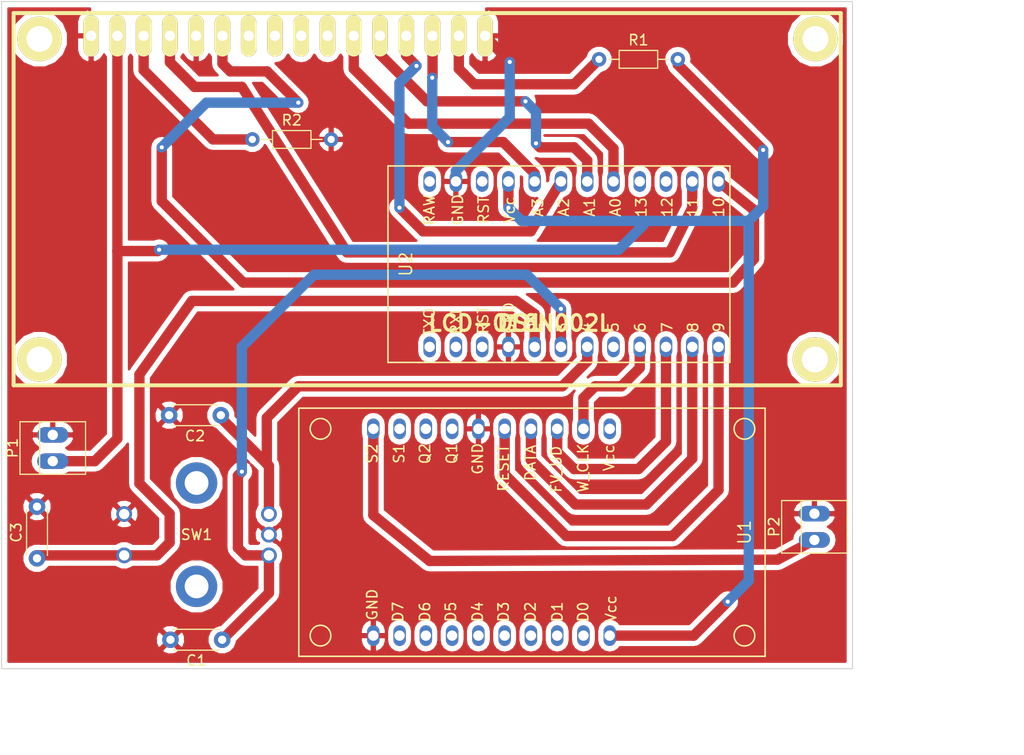
<source format=kicad_pcb>
(kicad_pcb (version 4) (host pcbnew 4.0.4-stable)

  (general
    (links 38)
    (no_connects 2)
    (area 107.093 67.132999 210.034 142.019001)
    (thickness 1.6)
    (drawings 6)
    (tracks 153)
    (zones 0)
    (modules 11)
    (nets 42)
  )

  (page A4)
  (title_block
    (title "DDS motherboard")
    (date 2017-02-14)
    (rev "Rev A")
  )

  (layers
    (0 F.Cu signal)
    (31 B.Cu signal hide)
    (32 B.Adhes user)
    (33 F.Adhes user)
    (34 B.Paste user)
    (35 F.Paste user)
    (36 B.SilkS user)
    (37 F.SilkS user)
    (38 B.Mask user)
    (39 F.Mask user)
    (40 Dwgs.User user)
    (41 Cmts.User user)
    (42 Eco1.User user)
    (43 Eco2.User user)
    (44 Edge.Cuts user)
    (45 Margin user)
    (46 B.CrtYd user)
    (47 F.CrtYd user)
    (48 B.Fab user)
    (49 F.Fab user)
  )

  (setup
    (last_trace_width 1)
    (trace_clearance 0.5)
    (zone_clearance 0.508)
    (zone_45_only no)
    (trace_min 0.2)
    (segment_width 0.2)
    (edge_width 0.1)
    (via_size 0.6)
    (via_drill 0.4)
    (via_min_size 0.4)
    (via_min_drill 0.3)
    (uvia_size 0.3)
    (uvia_drill 0.1)
    (uvias_allowed no)
    (uvia_min_size 0.2)
    (uvia_min_drill 0.1)
    (pcb_text_width 0.3)
    (pcb_text_size 1.5 1.5)
    (mod_edge_width 0.15)
    (mod_text_size 1 1)
    (mod_text_width 0.15)
    (pad_size 1.5 1.5)
    (pad_drill 0.6)
    (pad_to_mask_clearance 0)
    (aux_axis_origin 0 0)
    (visible_elements 7FFFFFFF)
    (pcbplotparams
      (layerselection 0x00000_00000001)
      (usegerberextensions false)
      (excludeedgelayer true)
      (linewidth 0.100000)
      (plotframeref false)
      (viasonmask false)
      (mode 1)
      (useauxorigin false)
      (hpglpennumber 1)
      (hpglpenspeed 20)
      (hpglpendiameter 15)
      (hpglpenoverlay 2)
      (psnegative false)
      (psa4output false)
      (plotreference false)
      (plotvalue false)
      (plotinvisibletext false)
      (padsonsilk false)
      (subtractmaskfromsilk false)
      (outputformat 1)
      (mirror false)
      (drillshape 0)
      (scaleselection 1)
      (outputdirectory ""))
  )

  (net 0 "")
  (net 1 A)
  (net 2 GND)
  (net 3 B)
  (net 4 Pushbutton)
  (net 5 5V)
  (net 6 "Net-(DS1-Pad3)")
  (net 7 "Net-(DS1-Pad4)")
  (net 8 "Net-(DS1-Pad6)")
  (net 9 "Net-(DS1-Pad7)")
  (net 10 "Net-(DS1-Pad8)")
  (net 11 "Net-(DS1-Pad9)")
  (net 12 "Net-(DS1-Pad10)")
  (net 13 "Net-(DS1-Pad11)")
  (net 14 "Net-(DS1-Pad12)")
  (net 15 "Net-(DS1-Pad13)")
  (net 16 "Net-(DS1-Pad14)")
  (net 17 "Net-(DS1-Pad15)")
  (net 18 SignalOut)
  (net 19 "Net-(U1-Pad2)")
  (net 20 "Net-(U1-Pad12)")
  (net 21 "Net-(U1-Pad3)")
  (net 22 "Net-(U1-Pad13)")
  (net 23 "Net-(U1-Pad4)")
  (net 24 "Net-(U1-Pad14)")
  (net 25 "Net-(U1-Pad5)")
  (net 26 "Net-(U1-Pad15)")
  (net 27 "Net-(U1-Pad6)")
  (net 28 "Net-(U1-Pad7)")
  (net 29 "Net-(U1-Pad17)")
  (net 30 "Net-(U1-Pad8)")
  (net 31 "Net-(U1-Pad18)")
  (net 32 "Net-(U1-Pad9)")
  (net 33 "Net-(U1-Pad19)")
  (net 34 "Net-(U2-Pad24)")
  (net 35 "Net-(U2-Pad1)")
  (net 36 "Net-(U2-Pad2)")
  (net 37 "Net-(U2-Pad22)")
  (net 38 "Net-(U2-Pad3)")
  (net 39 "Net-(U2-Pad8)")
  (net 40 "Net-(U2-Pad16)")
  (net 41 "Net-(U2-Pad15)")

  (net_class Default "This is the default net class."
    (clearance 0.5)
    (trace_width 1)
    (via_dia 0.6)
    (via_drill 0.4)
    (uvia_dia 0.3)
    (uvia_drill 0.1)
    (add_net 5V)
    (add_net A)
    (add_net B)
    (add_net GND)
    (add_net "Net-(DS1-Pad10)")
    (add_net "Net-(DS1-Pad11)")
    (add_net "Net-(DS1-Pad12)")
    (add_net "Net-(DS1-Pad13)")
    (add_net "Net-(DS1-Pad14)")
    (add_net "Net-(DS1-Pad15)")
    (add_net "Net-(DS1-Pad3)")
    (add_net "Net-(DS1-Pad4)")
    (add_net "Net-(DS1-Pad6)")
    (add_net "Net-(DS1-Pad7)")
    (add_net "Net-(DS1-Pad8)")
    (add_net "Net-(DS1-Pad9)")
    (add_net "Net-(U1-Pad12)")
    (add_net "Net-(U1-Pad13)")
    (add_net "Net-(U1-Pad14)")
    (add_net "Net-(U1-Pad15)")
    (add_net "Net-(U1-Pad17)")
    (add_net "Net-(U1-Pad18)")
    (add_net "Net-(U1-Pad19)")
    (add_net "Net-(U1-Pad2)")
    (add_net "Net-(U1-Pad3)")
    (add_net "Net-(U1-Pad4)")
    (add_net "Net-(U1-Pad5)")
    (add_net "Net-(U1-Pad6)")
    (add_net "Net-(U1-Pad7)")
    (add_net "Net-(U1-Pad8)")
    (add_net "Net-(U1-Pad9)")
    (add_net "Net-(U2-Pad1)")
    (add_net "Net-(U2-Pad15)")
    (add_net "Net-(U2-Pad16)")
    (add_net "Net-(U2-Pad2)")
    (add_net "Net-(U2-Pad22)")
    (add_net "Net-(U2-Pad24)")
    (add_net "Net-(U2-Pad3)")
    (add_net "Net-(U2-Pad8)")
    (add_net Pushbutton)
    (add_net SignalOut)
  )

  (module myLibraryFootprints:Encoder_PEC11-4215F-S00 (layer F.Cu) (tedit 58A08C72) (tstamp 58A1EF9E)
    (at 130.175 118.745 90)
    (path /5890DE23)
    (fp_text reference SW1 (at 0 -4 180) (layer F.SilkS)
      (effects (font (size 1 1) (thickness 0.15)))
    )
    (fp_text value Control (at 8 -3 180) (layer F.Fab)
      (effects (font (size 1 1) (thickness 0.15)))
    )
    (pad 1 thru_hole circle (at -2 3 90) (size 1.524 1.524) (drill 1) (layers *.Cu *.Mask)
      (net 1 A))
    (pad 2 thru_hole circle (at 0 3 90) (size 1.524 1.524) (drill 1) (layers *.Cu *.Mask)
      (net 2 GND))
    (pad 3 thru_hole circle (at 2 3 90) (size 1.524 1.524) (drill 1) (layers *.Cu *.Mask)
      (net 3 B))
    (pad 6 thru_hole circle (at -5 -4 90) (size 4 4) (drill 2.3) (layers *.Cu *.Mask))
    (pad 7 thru_hole circle (at 5 -4 90) (size 4 4) (drill 2.3) (layers *.Cu *.Mask))
    (pad 5 thru_hole circle (at 2 -11 90) (size 1.524 1.524) (drill 1) (layers *.Cu *.Mask)
      (net 2 GND))
    (pad 4 thru_hole circle (at -2 -11 90) (size 1.524 1.524) (drill 1) (layers *.Cu *.Mask)
      (net 4 Pushbutton))
  )

  (module Capacitors_ThroughHole:C_Disc_D4.3mm_W1.9mm_P5.00mm (layer F.Cu) (tedit 58765D06) (tstamp 58A1EF05)
    (at 128.651 128.905 180)
    (descr "C, Disc series, Radial, pin pitch=5.00mm, , diameter*width=4.3*1.9mm^2, Capacitor, http://www.vishay.com/docs/45233/krseries.pdf")
    (tags "C Disc series Radial pin pitch 5.00mm  diameter 4.3mm width 1.9mm Capacitor")
    (path /5890F155)
    (fp_text reference C1 (at 2.5 -2.01 180) (layer F.SilkS)
      (effects (font (size 1 1) (thickness 0.15)))
    )
    (fp_text value C (at 2.5 2.01 180) (layer F.Fab)
      (effects (font (size 1 1) (thickness 0.15)))
    )
    (fp_line (start 0.35 -0.95) (end 0.35 0.95) (layer F.Fab) (width 0.1))
    (fp_line (start 0.35 0.95) (end 4.65 0.95) (layer F.Fab) (width 0.1))
    (fp_line (start 4.65 0.95) (end 4.65 -0.95) (layer F.Fab) (width 0.1))
    (fp_line (start 4.65 -0.95) (end 0.35 -0.95) (layer F.Fab) (width 0.1))
    (fp_line (start 0.29 -1.01) (end 4.71 -1.01) (layer F.SilkS) (width 0.12))
    (fp_line (start 0.29 1.01) (end 4.71 1.01) (layer F.SilkS) (width 0.12))
    (fp_line (start 0.29 -1.01) (end 0.29 -0.996) (layer F.SilkS) (width 0.12))
    (fp_line (start 0.29 0.996) (end 0.29 1.01) (layer F.SilkS) (width 0.12))
    (fp_line (start 4.71 -1.01) (end 4.71 -0.996) (layer F.SilkS) (width 0.12))
    (fp_line (start 4.71 0.996) (end 4.71 1.01) (layer F.SilkS) (width 0.12))
    (fp_line (start -1.05 -1.3) (end -1.05 1.3) (layer F.CrtYd) (width 0.05))
    (fp_line (start -1.05 1.3) (end 6.05 1.3) (layer F.CrtYd) (width 0.05))
    (fp_line (start 6.05 1.3) (end 6.05 -1.3) (layer F.CrtYd) (width 0.05))
    (fp_line (start 6.05 -1.3) (end -1.05 -1.3) (layer F.CrtYd) (width 0.05))
    (pad 1 thru_hole circle (at 0 0 180) (size 1.6 1.6) (drill 0.8) (layers *.Cu *.Mask)
      (net 1 A))
    (pad 2 thru_hole circle (at 5 0 180) (size 1.6 1.6) (drill 0.8) (layers *.Cu *.Mask)
      (net 2 GND))
    (model Capacitors_ThroughHole.3dshapes/C_Disc_D4.3mm_W1.9mm_P5.00mm.wrl
      (at (xyz 0 0 0))
      (scale (xyz 0.393701 0.393701 0.393701))
      (rotate (xyz 0 0 0))
    )
  )

  (module Capacitors_ThroughHole:C_Disc_D4.3mm_W1.9mm_P5.00mm (layer F.Cu) (tedit 58765D06) (tstamp 58A1EF19)
    (at 128.524 107.188 180)
    (descr "C, Disc series, Radial, pin pitch=5.00mm, , diameter*width=4.3*1.9mm^2, Capacitor, http://www.vishay.com/docs/45233/krseries.pdf")
    (tags "C Disc series Radial pin pitch 5.00mm  diameter 4.3mm width 1.9mm Capacitor")
    (path /5890F092)
    (fp_text reference C2 (at 2.5 -2.01 180) (layer F.SilkS)
      (effects (font (size 1 1) (thickness 0.15)))
    )
    (fp_text value C (at 2.5 2.01 180) (layer F.Fab)
      (effects (font (size 1 1) (thickness 0.15)))
    )
    (fp_line (start 0.35 -0.95) (end 0.35 0.95) (layer F.Fab) (width 0.1))
    (fp_line (start 0.35 0.95) (end 4.65 0.95) (layer F.Fab) (width 0.1))
    (fp_line (start 4.65 0.95) (end 4.65 -0.95) (layer F.Fab) (width 0.1))
    (fp_line (start 4.65 -0.95) (end 0.35 -0.95) (layer F.Fab) (width 0.1))
    (fp_line (start 0.29 -1.01) (end 4.71 -1.01) (layer F.SilkS) (width 0.12))
    (fp_line (start 0.29 1.01) (end 4.71 1.01) (layer F.SilkS) (width 0.12))
    (fp_line (start 0.29 -1.01) (end 0.29 -0.996) (layer F.SilkS) (width 0.12))
    (fp_line (start 0.29 0.996) (end 0.29 1.01) (layer F.SilkS) (width 0.12))
    (fp_line (start 4.71 -1.01) (end 4.71 -0.996) (layer F.SilkS) (width 0.12))
    (fp_line (start 4.71 0.996) (end 4.71 1.01) (layer F.SilkS) (width 0.12))
    (fp_line (start -1.05 -1.3) (end -1.05 1.3) (layer F.CrtYd) (width 0.05))
    (fp_line (start -1.05 1.3) (end 6.05 1.3) (layer F.CrtYd) (width 0.05))
    (fp_line (start 6.05 1.3) (end 6.05 -1.3) (layer F.CrtYd) (width 0.05))
    (fp_line (start 6.05 -1.3) (end -1.05 -1.3) (layer F.CrtYd) (width 0.05))
    (pad 1 thru_hole circle (at 0 0 180) (size 1.6 1.6) (drill 0.8) (layers *.Cu *.Mask)
      (net 3 B))
    (pad 2 thru_hole circle (at 5 0 180) (size 1.6 1.6) (drill 0.8) (layers *.Cu *.Mask)
      (net 2 GND))
    (model Capacitors_ThroughHole.3dshapes/C_Disc_D4.3mm_W1.9mm_P5.00mm.wrl
      (at (xyz 0 0 0))
      (scale (xyz 0.393701 0.393701 0.393701))
      (rotate (xyz 0 0 0))
    )
  )

  (module Capacitors_ThroughHole:C_Disc_D4.3mm_W1.9mm_P5.00mm (layer F.Cu) (tedit 58765D06) (tstamp 58A1EF2D)
    (at 110.744 121.031 90)
    (descr "C, Disc series, Radial, pin pitch=5.00mm, , diameter*width=4.3*1.9mm^2, Capacitor, http://www.vishay.com/docs/45233/krseries.pdf")
    (tags "C Disc series Radial pin pitch 5.00mm  diameter 4.3mm width 1.9mm Capacitor")
    (path /5890F0DF)
    (fp_text reference C3 (at 2.5 -2.01 90) (layer F.SilkS)
      (effects (font (size 1 1) (thickness 0.15)))
    )
    (fp_text value C (at 2.5 2.01 90) (layer F.Fab)
      (effects (font (size 1 1) (thickness 0.15)))
    )
    (fp_line (start 0.35 -0.95) (end 0.35 0.95) (layer F.Fab) (width 0.1))
    (fp_line (start 0.35 0.95) (end 4.65 0.95) (layer F.Fab) (width 0.1))
    (fp_line (start 4.65 0.95) (end 4.65 -0.95) (layer F.Fab) (width 0.1))
    (fp_line (start 4.65 -0.95) (end 0.35 -0.95) (layer F.Fab) (width 0.1))
    (fp_line (start 0.29 -1.01) (end 4.71 -1.01) (layer F.SilkS) (width 0.12))
    (fp_line (start 0.29 1.01) (end 4.71 1.01) (layer F.SilkS) (width 0.12))
    (fp_line (start 0.29 -1.01) (end 0.29 -0.996) (layer F.SilkS) (width 0.12))
    (fp_line (start 0.29 0.996) (end 0.29 1.01) (layer F.SilkS) (width 0.12))
    (fp_line (start 4.71 -1.01) (end 4.71 -0.996) (layer F.SilkS) (width 0.12))
    (fp_line (start 4.71 0.996) (end 4.71 1.01) (layer F.SilkS) (width 0.12))
    (fp_line (start -1.05 -1.3) (end -1.05 1.3) (layer F.CrtYd) (width 0.05))
    (fp_line (start -1.05 1.3) (end 6.05 1.3) (layer F.CrtYd) (width 0.05))
    (fp_line (start 6.05 1.3) (end 6.05 -1.3) (layer F.CrtYd) (width 0.05))
    (fp_line (start 6.05 -1.3) (end -1.05 -1.3) (layer F.CrtYd) (width 0.05))
    (pad 1 thru_hole circle (at 0 0 90) (size 1.6 1.6) (drill 0.8) (layers *.Cu *.Mask)
      (net 4 Pushbutton))
    (pad 2 thru_hole circle (at 5 0 90) (size 1.6 1.6) (drill 0.8) (layers *.Cu *.Mask)
      (net 2 GND))
    (model Capacitors_ThroughHole.3dshapes/C_Disc_D4.3mm_W1.9mm_P5.00mm.wrl
      (at (xyz 0 0 0))
      (scale (xyz 0.393701 0.393701 0.393701))
      (rotate (xyz 0 0 0))
    )
  )

  (module myLibraryFootprints:LCD-16x2 (layer F.Cu) (tedit 4CE13F0B) (tstamp 58A1EF49)
    (at 157.48 98.298)
    (path /5890DDED)
    (fp_text reference DS1 (at 0 0) (layer F.SilkS)
      (effects (font (thickness 0.3048)))
    )
    (fp_text value LCD-016N002L (at 0 0) (layer F.SilkS)
      (effects (font (thickness 0.3048)))
    )
    (fp_line (start 31.0007 -29.99994) (end 31.0007 5.99948) (layer F.SilkS) (width 0.381))
    (fp_line (start 31.0007 5.99948) (end -48.99914 5.99948) (layer F.SilkS) (width 0.381))
    (fp_line (start -48.99914 5.99948) (end -48.99914 -29.99994) (layer F.SilkS) (width 0.381))
    (fp_line (start -48.99914 -29.99994) (end 31.0007 -29.99994) (layer F.SilkS) (width 0.381))
    (pad "" thru_hole circle (at -46.49978 -27.50058) (size 4.30022 4.30022) (drill 2.49936) (layers *.Cu *.Mask F.SilkS))
    (pad "" thru_hole circle (at 28.5496 -27.50058) (size 4.30022 4.30022) (drill 2.49936) (layers *.Cu *.Mask F.SilkS))
    (pad "" thru_hole circle (at 28.4988 3.50012) (size 4.30022 4.30022) (drill 2.49936) (layers *.Cu *.Mask F.SilkS))
    (pad "" thru_hole circle (at -46.49978 3.50012) (size 4.30022 4.30022) (drill 2.49936) (layers *.Cu *.Mask F.SilkS))
    (pad 1 thru_hole oval (at -41.50106 -27.8003) (size 1.50114 4.0005) (drill 1.00076) (layers *.Cu *.Mask F.SilkS)
      (net 2 GND))
    (pad 2 thru_hole oval (at -38.96106 -27.8003) (size 1.50114 4.0005) (drill 1.00076) (layers *.Cu *.Mask F.SilkS)
      (net 5 5V))
    (pad 3 thru_hole oval (at -36.42106 -27.8003) (size 1.50114 4.0005) (drill 1.00076) (layers *.Cu *.Mask F.SilkS)
      (net 6 "Net-(DS1-Pad3)"))
    (pad 4 thru_hole oval (at -33.88106 -27.8003) (size 1.50114 4.0005) (drill 1.00076) (layers *.Cu *.Mask F.SilkS)
      (net 7 "Net-(DS1-Pad4)"))
    (pad 5 thru_hole oval (at -31.34106 -27.8003) (size 1.50114 4.0005) (drill 1.00076) (layers *.Cu *.Mask F.SilkS)
      (net 2 GND))
    (pad 6 thru_hole oval (at -28.80106 -27.8003) (size 1.50114 4.0005) (drill 1.00076) (layers *.Cu *.Mask F.SilkS)
      (net 8 "Net-(DS1-Pad6)"))
    (pad 7 thru_hole oval (at -26.26106 -27.8003) (size 1.50114 4.0005) (drill 1.00076) (layers *.Cu *.Mask F.SilkS)
      (net 9 "Net-(DS1-Pad7)"))
    (pad 8 thru_hole oval (at -23.72106 -27.8003) (size 1.50114 4.0005) (drill 1.00076) (layers *.Cu *.Mask F.SilkS)
      (net 10 "Net-(DS1-Pad8)"))
    (pad 9 thru_hole oval (at -21.18106 -27.8003) (size 1.50114 4.0005) (drill 1.00076) (layers *.Cu *.Mask F.SilkS)
      (net 11 "Net-(DS1-Pad9)"))
    (pad 10 thru_hole oval (at -18.64106 -27.8003) (size 1.50114 4.0005) (drill 1.00076) (layers *.Cu *.Mask F.SilkS)
      (net 12 "Net-(DS1-Pad10)"))
    (pad 11 thru_hole oval (at -16.10106 -27.8003) (size 1.50114 4.0005) (drill 1.00076) (layers *.Cu *.Mask F.SilkS)
      (net 13 "Net-(DS1-Pad11)"))
    (pad 12 thru_hole oval (at -13.56106 -27.8003) (size 1.50114 4.0005) (drill 1.00076) (layers *.Cu *.Mask F.SilkS)
      (net 14 "Net-(DS1-Pad12)"))
    (pad 13 thru_hole oval (at -11.02106 -27.8003) (size 1.50114 4.0005) (drill 1.00076) (layers *.Cu *.Mask F.SilkS)
      (net 15 "Net-(DS1-Pad13)"))
    (pad 14 thru_hole oval (at -8.48106 -27.8003) (size 1.50114 4.0005) (drill 1.00076) (layers *.Cu *.Mask F.SilkS)
      (net 16 "Net-(DS1-Pad14)"))
    (pad 15 thru_hole oval (at -5.94106 -27.8003) (size 1.50114 4.0005) (drill 1.00076) (layers *.Cu *.Mask F.SilkS)
      (net 17 "Net-(DS1-Pad15)"))
    (pad 16 thru_hole oval (at -3.40106 -27.8003) (size 1.50114 4.0005) (drill 1.00076) (layers *.Cu *.Mask F.SilkS)
      (net 2 GND))
  )

  (module Connect:PINHEAD1-2 (layer F.Cu) (tedit 0) (tstamp 58A1EF58)
    (at 112.268 111.633 90)
    (path /5892A8F5)
    (fp_text reference P1 (at 1.27 -3.9 90) (layer F.SilkS)
      (effects (font (size 1 1) (thickness 0.15)))
    )
    (fp_text value CONN_01X02 (at 1.27 3.81 90) (layer F.Fab)
      (effects (font (size 1 1) (thickness 0.15)))
    )
    (fp_line (start 3.81 -1.27) (end -1.27 -1.27) (layer F.SilkS) (width 0.12))
    (fp_line (start 3.81 3.17) (end -1.27 3.17) (layer F.SilkS) (width 0.12))
    (fp_line (start -1.27 -3.17) (end 3.81 -3.17) (layer F.SilkS) (width 0.12))
    (fp_line (start -1.27 -3.17) (end -1.27 3.17) (layer F.SilkS) (width 0.12))
    (fp_line (start 3.81 -3.17) (end 3.81 3.17) (layer F.SilkS) (width 0.12))
    (fp_line (start -1.52 -3.42) (end 4.06 -3.42) (layer F.CrtYd) (width 0.05))
    (fp_line (start -1.52 -3.42) (end -1.52 3.42) (layer F.CrtYd) (width 0.05))
    (fp_line (start 4.06 3.42) (end 4.06 -3.42) (layer F.CrtYd) (width 0.05))
    (fp_line (start 4.06 3.42) (end -1.52 3.42) (layer F.CrtYd) (width 0.05))
    (pad 1 thru_hole oval (at 0 0 90) (size 1.51 3.01) (drill 1) (layers *.Cu *.Mask)
      (net 5 5V))
    (pad 2 thru_hole oval (at 2.54 0 90) (size 1.51 3.01) (drill 1) (layers *.Cu *.Mask)
      (net 2 GND))
  )

  (module Connect:PINHEAD1-2 (layer F.Cu) (tedit 58A1F587) (tstamp 58A1EF67)
    (at 185.928 119.253 90)
    (path /58977BCB)
    (fp_text reference P2 (at 1.27 -3.9 90) (layer F.SilkS)
      (effects (font (size 1 1) (thickness 0.15)))
    )
    (fp_text value CONN_01X02 (at -6.35 2.159 90) (layer F.Fab)
      (effects (font (size 1 1) (thickness 0.15)))
    )
    (fp_line (start 3.81 -1.27) (end -1.27 -1.27) (layer F.SilkS) (width 0.12))
    (fp_line (start 3.81 3.17) (end -1.27 3.17) (layer F.SilkS) (width 0.12))
    (fp_line (start -1.27 -3.17) (end 3.81 -3.17) (layer F.SilkS) (width 0.12))
    (fp_line (start -1.27 -3.17) (end -1.27 3.17) (layer F.SilkS) (width 0.12))
    (fp_line (start 3.81 -3.17) (end 3.81 3.17) (layer F.SilkS) (width 0.12))
    (fp_line (start -1.52 -3.42) (end 4.06 -3.42) (layer F.CrtYd) (width 0.05))
    (fp_line (start -1.52 -3.42) (end -1.52 3.42) (layer F.CrtYd) (width 0.05))
    (fp_line (start 4.06 3.42) (end 4.06 -3.42) (layer F.CrtYd) (width 0.05))
    (fp_line (start 4.06 3.42) (end -1.52 3.42) (layer F.CrtYd) (width 0.05))
    (pad 1 thru_hole oval (at 0 0 90) (size 1.51 3.01) (drill 1) (layers *.Cu *.Mask)
      (net 18 SignalOut))
    (pad 2 thru_hole oval (at 2.54 0 90) (size 1.51 3.01) (drill 1) (layers *.Cu *.Mask)
      (net 2 GND))
  )

  (module Resistors_ThroughHole:R_Axial_DIN0204_L3.6mm_D1.6mm_P7.62mm_Horizontal (layer F.Cu) (tedit 5874F706) (tstamp 58A1EF7D)
    (at 165.1 72.771)
    (descr "Resistor, Axial_DIN0204 series, Axial, Horizontal, pin pitch=7.62mm, 0.16666666666666666W = 1/6W, length*diameter=3.6*1.6mm^2, http://cdn-reichelt.de/documents/datenblatt/B400/1_4W%23YAG.pdf")
    (tags "Resistor Axial_DIN0204 series Axial Horizontal pin pitch 7.62mm 0.16666666666666666W = 1/6W length 3.6mm diameter 1.6mm")
    (path /5890F2C6)
    (fp_text reference R1 (at 3.81 -1.86) (layer F.SilkS)
      (effects (font (size 1 1) (thickness 0.15)))
    )
    (fp_text value R (at 3.81 1.86) (layer F.Fab)
      (effects (font (size 1 1) (thickness 0.15)))
    )
    (fp_line (start 2.01 -0.8) (end 2.01 0.8) (layer F.Fab) (width 0.1))
    (fp_line (start 2.01 0.8) (end 5.61 0.8) (layer F.Fab) (width 0.1))
    (fp_line (start 5.61 0.8) (end 5.61 -0.8) (layer F.Fab) (width 0.1))
    (fp_line (start 5.61 -0.8) (end 2.01 -0.8) (layer F.Fab) (width 0.1))
    (fp_line (start 0 0) (end 2.01 0) (layer F.Fab) (width 0.1))
    (fp_line (start 7.62 0) (end 5.61 0) (layer F.Fab) (width 0.1))
    (fp_line (start 1.95 -0.86) (end 1.95 0.86) (layer F.SilkS) (width 0.12))
    (fp_line (start 1.95 0.86) (end 5.67 0.86) (layer F.SilkS) (width 0.12))
    (fp_line (start 5.67 0.86) (end 5.67 -0.86) (layer F.SilkS) (width 0.12))
    (fp_line (start 5.67 -0.86) (end 1.95 -0.86) (layer F.SilkS) (width 0.12))
    (fp_line (start 0.88 0) (end 1.95 0) (layer F.SilkS) (width 0.12))
    (fp_line (start 6.74 0) (end 5.67 0) (layer F.SilkS) (width 0.12))
    (fp_line (start -0.95 -1.15) (end -0.95 1.15) (layer F.CrtYd) (width 0.05))
    (fp_line (start -0.95 1.15) (end 8.6 1.15) (layer F.CrtYd) (width 0.05))
    (fp_line (start 8.6 1.15) (end 8.6 -1.15) (layer F.CrtYd) (width 0.05))
    (fp_line (start 8.6 -1.15) (end -0.95 -1.15) (layer F.CrtYd) (width 0.05))
    (pad 1 thru_hole circle (at 0 0) (size 1.4 1.4) (drill 0.7) (layers *.Cu *.Mask)
      (net 17 "Net-(DS1-Pad15)"))
    (pad 2 thru_hole oval (at 7.62 0) (size 1.4 1.4) (drill 0.7) (layers *.Cu *.Mask)
      (net 5 5V))
    (model Resistors_ThroughHole.3dshapes/R_Axial_DIN0204_L3.6mm_D1.6mm_P7.62mm_Horizontal.wrl
      (at (xyz 0 0 0))
      (scale (xyz 0.393701 0.393701 0.393701))
      (rotate (xyz 0 0 0))
    )
  )

  (module Resistors_ThroughHole:R_Axial_DIN0204_L3.6mm_D1.6mm_P7.62mm_Horizontal (layer F.Cu) (tedit 5874F706) (tstamp 58A1EF93)
    (at 131.572 80.518)
    (descr "Resistor, Axial_DIN0204 series, Axial, Horizontal, pin pitch=7.62mm, 0.16666666666666666W = 1/6W, length*diameter=3.6*1.6mm^2, http://cdn-reichelt.de/documents/datenblatt/B400/1_4W%23YAG.pdf")
    (tags "Resistor Axial_DIN0204 series Axial Horizontal pin pitch 7.62mm 0.16666666666666666W = 1/6W length 3.6mm diameter 1.6mm")
    (path /5890F317)
    (fp_text reference R2 (at 3.81 -1.86) (layer F.SilkS)
      (effects (font (size 1 1) (thickness 0.15)))
    )
    (fp_text value R (at 3.81 1.86) (layer F.Fab)
      (effects (font (size 1 1) (thickness 0.15)))
    )
    (fp_line (start 2.01 -0.8) (end 2.01 0.8) (layer F.Fab) (width 0.1))
    (fp_line (start 2.01 0.8) (end 5.61 0.8) (layer F.Fab) (width 0.1))
    (fp_line (start 5.61 0.8) (end 5.61 -0.8) (layer F.Fab) (width 0.1))
    (fp_line (start 5.61 -0.8) (end 2.01 -0.8) (layer F.Fab) (width 0.1))
    (fp_line (start 0 0) (end 2.01 0) (layer F.Fab) (width 0.1))
    (fp_line (start 7.62 0) (end 5.61 0) (layer F.Fab) (width 0.1))
    (fp_line (start 1.95 -0.86) (end 1.95 0.86) (layer F.SilkS) (width 0.12))
    (fp_line (start 1.95 0.86) (end 5.67 0.86) (layer F.SilkS) (width 0.12))
    (fp_line (start 5.67 0.86) (end 5.67 -0.86) (layer F.SilkS) (width 0.12))
    (fp_line (start 5.67 -0.86) (end 1.95 -0.86) (layer F.SilkS) (width 0.12))
    (fp_line (start 0.88 0) (end 1.95 0) (layer F.SilkS) (width 0.12))
    (fp_line (start 6.74 0) (end 5.67 0) (layer F.SilkS) (width 0.12))
    (fp_line (start -0.95 -1.15) (end -0.95 1.15) (layer F.CrtYd) (width 0.05))
    (fp_line (start -0.95 1.15) (end 8.6 1.15) (layer F.CrtYd) (width 0.05))
    (fp_line (start 8.6 1.15) (end 8.6 -1.15) (layer F.CrtYd) (width 0.05))
    (fp_line (start 8.6 -1.15) (end -0.95 -1.15) (layer F.CrtYd) (width 0.05))
    (pad 1 thru_hole circle (at 0 0) (size 1.4 1.4) (drill 0.7) (layers *.Cu *.Mask)
      (net 6 "Net-(DS1-Pad3)"))
    (pad 2 thru_hole oval (at 7.62 0) (size 1.4 1.4) (drill 0.7) (layers *.Cu *.Mask)
      (net 2 GND))
    (model Resistors_ThroughHole.3dshapes/R_Axial_DIN0204_L3.6mm_D1.6mm_P7.62mm_Horizontal.wrl
      (at (xyz 0 0 0))
      (scale (xyz 0.393701 0.393701 0.393701))
      (rotate (xyz 0 0 0))
    )
  )

  (module myLibraryFootprints:AD9850_BreakoutBoard (layer F.Cu) (tedit 5897621E) (tstamp 58A1EFD2)
    (at 153.162 119.507 180)
    (path /5890D7A7)
    (fp_text reference U1 (at -26 1 270) (layer F.SilkS)
      (effects (font (size 1.2 1.2) (thickness 0.15)))
    )
    (fp_text value AD9850_BreakOut (at -20 1 270) (layer F.Fab)
      (effects (font (size 1.2 1.2) (thickness 0.15)))
    )
    (fp_line (start -28 13) (end 17 13) (layer F.SilkS) (width 0.15))
    (fp_line (start 17.1 -11) (end -28.01 -11) (layer F.SilkS) (width 0.15))
    (fp_text user GND (at 10 -6 270) (layer F.SilkS)
      (effects (font (size 1 1) (thickness 0.15)))
    )
    (fp_text user D7 (at 7.5 -6.7 270) (layer F.SilkS)
      (effects (font (size 1 1) (thickness 0.15)))
    )
    (fp_text user D6 (at 4.9 -6.7 270) (layer F.SilkS)
      (effects (font (size 1 1) (thickness 0.15)))
    )
    (fp_text user D5 (at 2.4 -6.7 270) (layer F.SilkS)
      (effects (font (size 1 1) (thickness 0.15)))
    )
    (fp_text user D4 (at -0.2 -6.7 270) (layer F.SilkS)
      (effects (font (size 1 1) (thickness 0.15)))
    )
    (fp_text user D3 (at -2.7 -6.7 270) (layer F.SilkS)
      (effects (font (size 1 1) (thickness 0.15)))
    )
    (fp_text user D2 (at -5.3 -6.7 270) (layer F.SilkS)
      (effects (font (size 1 1) (thickness 0.15)))
    )
    (fp_text user D1 (at -7.9 -6.7 270) (layer F.SilkS)
      (effects (font (size 1 1) (thickness 0.15)))
    )
    (fp_text user D0 (at -10.4 -6.7 270) (layer F.SilkS)
      (effects (font (size 1 1) (thickness 0.15)))
    )
    (fp_text user Vcc (at -13.1 -6.4 270) (layer F.SilkS)
      (effects (font (size 1 1) (thickness 0.15)))
    )
    (fp_text user S2 (at 10 8.6 270) (layer F.SilkS)
      (effects (font (size 1 1) (thickness 0.15)))
    )
    (fp_text user S1 (at 7.4 8.6 270) (layer F.SilkS)
      (effects (font (size 1 1) (thickness 0.15)))
    )
    (fp_text user Q2 (at 4.9 8.6 270) (layer F.SilkS)
      (effects (font (size 1 1) (thickness 0.15)))
    )
    (fp_text user Q1 (at 2.3 8.6 270) (layer F.SilkS)
      (effects (font (size 1 1) (thickness 0.15)))
    )
    (fp_text user GND (at -0.2 8.1 270) (layer F.SilkS)
      (effects (font (size 1 1) (thickness 0.15)))
    )
    (fp_text user RESET (at -2.7 7.2 270) (layer F.SilkS)
      (effects (font (size 1 1) (thickness 0.15)))
    )
    (fp_text user DATA (at -5.3 7.7 270) (layer F.SilkS)
      (effects (font (size 1 1) (thickness 0.15)))
    )
    (fp_text user FV_UD (at -7.8 7.1 270) (layer F.SilkS)
      (effects (font (size 1 1) (thickness 0.15)))
    )
    (fp_text user W_CLK (at -10.4 7.2 270) (layer F.SilkS)
      (effects (font (size 1 1) (thickness 0.15)))
    )
    (fp_text user Vcc (at -12.9 8.2 270) (layer F.SilkS)
      (effects (font (size 1 1) (thickness 0.15)))
    )
    (fp_circle (center -26 -9) (end -26 -10) (layer F.SilkS) (width 0.15))
    (fp_circle (center -26 11) (end -26 10) (layer F.SilkS) (width 0.15))
    (fp_circle (center 15 11) (end 14 11) (layer F.SilkS) (width 0.15))
    (fp_circle (center 15 -9) (end 15 -8) (layer F.SilkS) (width 0.15))
    (fp_line (start -28 -11) (end -28 13) (layer F.SilkS) (width 0.15))
    (fp_line (start 17.1 13) (end 17.1 -11) (layer F.SilkS) (width 0.15))
    (pad 1 thru_hole oval (at -12.97 -9 180) (size 1.2 2) (drill 1) (layers *.Cu *.Mask)
      (net 5 5V))
    (pad 11 thru_hole oval (at -12.97 11 180) (size 1.2 2) (drill 1) (layers *.Cu *.Mask)
      (net 5 5V))
    (pad 2 thru_hole oval (at -10.43 -9 180) (size 1.2 2) (drill 1) (layers *.Cu *.Mask)
      (net 19 "Net-(U1-Pad2)"))
    (pad 12 thru_hole oval (at -10.43 11 180) (size 1.2 2) (drill 1) (layers *.Cu *.Mask)
      (net 20 "Net-(U1-Pad12)"))
    (pad 3 thru_hole oval (at -7.89 -9 180) (size 1.2 2) (drill 1) (layers *.Cu *.Mask)
      (net 21 "Net-(U1-Pad3)"))
    (pad 13 thru_hole oval (at -7.89 11 180) (size 1.2 2) (drill 1) (layers *.Cu *.Mask)
      (net 22 "Net-(U1-Pad13)"))
    (pad 4 thru_hole oval (at -5.35 -9 180) (size 1.2 2) (drill 1) (layers *.Cu *.Mask)
      (net 23 "Net-(U1-Pad4)"))
    (pad 14 thru_hole oval (at -5.35 11 180) (size 1.2 2) (drill 1) (layers *.Cu *.Mask)
      (net 24 "Net-(U1-Pad14)"))
    (pad 5 thru_hole oval (at -2.81 -9 180) (size 1.2 2) (drill 1) (layers *.Cu *.Mask)
      (net 25 "Net-(U1-Pad5)"))
    (pad 15 thru_hole oval (at -2.81 11 180) (size 1.2 2) (drill 1) (layers *.Cu *.Mask)
      (net 26 "Net-(U1-Pad15)"))
    (pad 6 thru_hole oval (at -0.27 -9 180) (size 1.2 2) (drill 1) (layers *.Cu *.Mask)
      (net 27 "Net-(U1-Pad6)"))
    (pad 16 thru_hole oval (at -0.27 11 180) (size 1.2 2) (drill 1) (layers *.Cu *.Mask)
      (net 2 GND))
    (pad 7 thru_hole oval (at 2.27 -9 180) (size 1.2 2) (drill 1) (layers *.Cu *.Mask)
      (net 28 "Net-(U1-Pad7)"))
    (pad 17 thru_hole oval (at 2.27 11 180) (size 1.2 2) (drill 1) (layers *.Cu *.Mask)
      (net 29 "Net-(U1-Pad17)"))
    (pad 8 thru_hole oval (at 4.81 -9 180) (size 1.2 2) (drill 1) (layers *.Cu *.Mask)
      (net 30 "Net-(U1-Pad8)"))
    (pad 18 thru_hole oval (at 4.81 11 180) (size 1.2 2) (drill 1) (layers *.Cu *.Mask)
      (net 31 "Net-(U1-Pad18)"))
    (pad 9 thru_hole oval (at 7.35 -9 180) (size 1.2 2) (drill 1) (layers *.Cu *.Mask)
      (net 32 "Net-(U1-Pad9)"))
    (pad 19 thru_hole oval (at 7.35 11 180) (size 1.2 2) (drill 1) (layers *.Cu *.Mask)
      (net 33 "Net-(U1-Pad19)"))
    (pad 10 thru_hole oval (at 9.89 -9 180) (size 1.2 2) (drill 1) (layers *.Cu *.Mask)
      (net 2 GND))
    (pad 20 thru_hole oval (at 9.89 11 180) (size 1.2 2) (drill 1) (layers *.Cu *.Mask)
      (net 18 SignalOut))
  )

  (module myLibraryFootprints:ArduinoPro_Mini (layer F.Cu) (tedit 5896156D) (tstamp 58A1F00C)
    (at 162.687 92.583)
    (path /5890DDC8)
    (fp_text reference U2 (at -16.27 0 90) (layer F.SilkS)
      (effects (font (size 1.2 1.2) (thickness 0.15)))
    )
    (fp_text value ArduinoProClone (at 1 0) (layer F.Fab)
      (effects (font (size 1.2 1.2) (thickness 0.15)))
    )
    (fp_text user RAW (at -14 -5.25 90) (layer F.SilkS)
      (effects (font (size 1 1) (thickness 0.15)))
    )
    (fp_text user GND (at -11.25 -5.25 90) (layer F.SilkS)
      (effects (font (size 1 1) (thickness 0.15)))
    )
    (fp_text user RST (at -8.75 -5.25 90) (layer F.SilkS)
      (effects (font (size 1 1) (thickness 0.15)))
    )
    (fp_text user Vcc (at -6.25 -5.25 90) (layer F.SilkS)
      (effects (font (size 1 1) (thickness 0.15)))
    )
    (fp_text user A3 (at -3.5 -5.5 90) (layer F.SilkS)
      (effects (font (size 1 1) (thickness 0.15)))
    )
    (fp_text user A2 (at -1 -5.5 90) (layer F.SilkS)
      (effects (font (size 1 1) (thickness 0.15)))
    )
    (fp_text user A1 (at 1.5 -5.5 90) (layer F.SilkS)
      (effects (font (size 1 1) (thickness 0.15)))
    )
    (fp_text user A0 (at 4 -5.5 90) (layer F.SilkS)
      (effects (font (size 1 1) (thickness 0.15)))
    )
    (fp_text user 13 (at 6.5 -5.5 90) (layer F.SilkS)
      (effects (font (size 1 1) (thickness 0.15)))
    )
    (fp_text user 12 (at 9 -5.5 90) (layer F.SilkS)
      (effects (font (size 1 1) (thickness 0.15)))
    )
    (fp_text user 11 (at 11.5 -5.5 90) (layer F.SilkS)
      (effects (font (size 1 1) (thickness 0.15)))
    )
    (fp_text user 10 (at 14 -5.5 90) (layer F.SilkS)
      (effects (font (size 1 1) (thickness 0.15)))
    )
    (fp_text user TXO (at -14 5.6 90) (layer F.SilkS)
      (effects (font (size 1 1) (thickness 0.15)))
    )
    (fp_text user RXI (at -11.4 5.6 90) (layer F.SilkS)
      (effects (font (size 1 1) (thickness 0.15)))
    )
    (fp_text user RST (at -8.8 5.4 90) (layer F.SilkS)
      (effects (font (size 1 1) (thickness 0.15)))
    )
    (fp_text user GND (at -6.3 5.2 90) (layer F.SilkS)
      (effects (font (size 1 1) (thickness 0.15)))
    )
    (fp_text user 2 (at -3.8 6.1 270) (layer F.SilkS)
      (effects (font (size 1 1) (thickness 0.15)))
    )
    (fp_text user 3 (at -1.1 6.1 270) (layer F.SilkS)
      (effects (font (size 1 1) (thickness 0.15)))
    )
    (fp_text user 4 (at 1.2 6.1 90) (layer F.SilkS)
      (effects (font (size 1 1) (thickness 0.15)))
    )
    (fp_text user 5 (at 3.8 6.1 90) (layer F.SilkS)
      (effects (font (size 1 1) (thickness 0.15)))
    )
    (fp_text user 6 (at 6.4 6.1 90) (layer F.SilkS)
      (effects (font (size 1 1) (thickness 0.15)))
    )
    (fp_text user 7 (at 9 6.1 90) (layer F.SilkS)
      (effects (font (size 1 1) (thickness 0.15)))
    )
    (fp_text user 8 (at 11.5 6.1 90) (layer F.SilkS)
      (effects (font (size 1 1) (thickness 0.15)))
    )
    (fp_text user 9 (at 14 6.1 90) (layer F.SilkS)
      (effects (font (size 1 1) (thickness 0.15)))
    )
    (fp_line (start -15 -9.5) (end -18 -9.5) (layer F.SilkS) (width 0.15))
    (fp_line (start -18 -9.5) (end -18 9.5) (layer F.SilkS) (width 0.15))
    (fp_line (start -18 9.5) (end -15 9.5) (layer F.SilkS) (width 0.15))
    (fp_line (start -15.07 9.5) (end 15.07 9.5) (layer F.SilkS) (width 0.15))
    (fp_line (start 15.07 9.5) (end 15.07 -9.5) (layer F.SilkS) (width 0.15))
    (fp_line (start 15.07 -9.5) (end -15.07 -9.5) (layer F.SilkS) (width 0.15))
    (pad 24 thru_hole oval (at -13.97 -8) (size 1.2 2) (drill 1) (layers *.Cu *.Mask)
      (net 34 "Net-(U2-Pad24)"))
    (pad 1 thru_hole oval (at -13.97 8) (size 1.2 2) (drill 1) (layers *.Cu *.Mask)
      (net 35 "Net-(U2-Pad1)"))
    (pad 23 thru_hole oval (at -11.43 -8) (size 1.2 2) (drill 1) (layers *.Cu *.Mask)
      (net 2 GND))
    (pad 2 thru_hole oval (at -11.43 8) (size 1.2 2) (drill 1) (layers *.Cu *.Mask)
      (net 36 "Net-(U2-Pad2)"))
    (pad 22 thru_hole oval (at -8.89 -8) (size 1.2 2) (drill 1) (layers *.Cu *.Mask)
      (net 37 "Net-(U2-Pad22)"))
    (pad 3 thru_hole oval (at -8.89 8) (size 1.2 2) (drill 1) (layers *.Cu *.Mask)
      (net 38 "Net-(U2-Pad3)"))
    (pad 21 thru_hole oval (at -6.35 -8) (size 1.2 2) (drill 1) (layers *.Cu *.Mask)
      (net 5 5V))
    (pad 4 thru_hole oval (at -6.35 8) (size 1.2 2) (drill 1) (layers *.Cu *.Mask)
      (net 2 GND))
    (pad 20 thru_hole oval (at -3.81 -8) (size 1.2 2) (drill 1) (layers *.Cu *.Mask)
      (net 16 "Net-(DS1-Pad14)"))
    (pad 5 thru_hole oval (at -3.81 8) (size 1.2 2) (drill 1) (layers *.Cu *.Mask)
      (net 4 Pushbutton))
    (pad 19 thru_hole oval (at -1.27 -8) (size 1.2 2) (drill 1) (layers *.Cu *.Mask)
      (net 15 "Net-(DS1-Pad13)"))
    (pad 6 thru_hole oval (at -1.27 8) (size 1.2 2) (drill 1) (layers *.Cu *.Mask)
      (net 1 A))
    (pad 18 thru_hole oval (at 1.27 -8) (size 1.2 2) (drill 1) (layers *.Cu *.Mask)
      (net 14 "Net-(DS1-Pad12)"))
    (pad 7 thru_hole oval (at 1.27 8) (size 1.2 2) (drill 1) (layers *.Cu *.Mask)
      (net 3 B))
    (pad 17 thru_hole oval (at 3.81 -8) (size 1.2 2) (drill 1) (layers *.Cu *.Mask)
      (net 13 "Net-(DS1-Pad11)"))
    (pad 8 thru_hole oval (at 3.81 8) (size 1.2 2) (drill 1) (layers *.Cu *.Mask)
      (net 39 "Net-(U2-Pad8)"))
    (pad 16 thru_hole oval (at 6.35 -8) (size 1.2 2) (drill 1) (layers *.Cu *.Mask)
      (net 40 "Net-(U2-Pad16)"))
    (pad 9 thru_hole oval (at 6.35 8) (size 1.2 2) (drill 1) (layers *.Cu *.Mask)
      (net 20 "Net-(U1-Pad12)"))
    (pad 15 thru_hole oval (at 8.89 -8) (size 1.2 2) (drill 1) (layers *.Cu *.Mask)
      (net 41 "Net-(U2-Pad15)"))
    (pad 10 thru_hole oval (at 8.89 8) (size 1.2 2) (drill 1) (layers *.Cu *.Mask)
      (net 22 "Net-(U1-Pad13)"))
    (pad 14 thru_hole oval (at 11.43 -8) (size 1.2 2) (drill 1) (layers *.Cu *.Mask)
      (net 7 "Net-(DS1-Pad4)"))
    (pad 11 thru_hole oval (at 11.43 8) (size 1.2 2) (drill 1) (layers *.Cu *.Mask)
      (net 24 "Net-(U1-Pad14)"))
    (pad 13 thru_hole oval (at 13.97 -8) (size 1.2 2) (drill 1) (layers *.Cu *.Mask)
      (net 8 "Net-(DS1-Pad6)"))
    (pad 12 thru_hole oval (at 13.97 8) (size 1.2 2) (drill 1) (layers *.Cu *.Mask)
      (net 26 "Net-(U1-Pad15)"))
  )

  (dimension 82.296 (width 0.3) (layer Dwgs.User)
    (gr_text "82,296 mm" (at 148.463 140.669) (layer Dwgs.User)
      (effects (font (size 1.5 1.5) (thickness 0.3)))
    )
    (feature1 (pts (xy 189.611 131.699) (xy 189.611 142.019)))
    (feature2 (pts (xy 107.315 131.699) (xy 107.315 142.019)))
    (crossbar (pts (xy 107.315 139.319) (xy 189.611 139.319)))
    (arrow1a (pts (xy 189.611 139.319) (xy 188.484496 139.905421)))
    (arrow1b (pts (xy 189.611 139.319) (xy 188.484496 138.732579)))
    (arrow2a (pts (xy 107.315 139.319) (xy 108.441504 139.905421)))
    (arrow2b (pts (xy 107.315 139.319) (xy 108.441504 138.732579)))
  )
  (dimension 64.516 (width 0.3) (layer Dwgs.User)
    (gr_text "64,516 mm" (at 203.534 99.441 270) (layer Dwgs.User)
      (effects (font (size 1.5 1.5) (thickness 0.3)))
    )
    (feature1 (pts (xy 189.611 131.699) (xy 204.884 131.699)))
    (feature2 (pts (xy 189.611 67.183) (xy 204.884 67.183)))
    (crossbar (pts (xy 202.184 67.183) (xy 202.184 131.699)))
    (arrow1a (pts (xy 202.184 131.699) (xy 201.597579 130.572496)))
    (arrow1b (pts (xy 202.184 131.699) (xy 202.770421 130.572496)))
    (arrow2a (pts (xy 202.184 67.183) (xy 201.597579 68.309504)))
    (arrow2b (pts (xy 202.184 67.183) (xy 202.770421 68.309504)))
  )
  (gr_line (start 107.315 131.699) (end 107.315 67.183) (angle 90) (layer Edge.Cuts) (width 0.1))
  (gr_line (start 189.611 131.699) (end 107.315 131.699) (angle 90) (layer Edge.Cuts) (width 0.1))
  (gr_line (start 189.611 67.183) (end 189.611 131.699) (angle 90) (layer Edge.Cuts) (width 0.1))
  (gr_line (start 107.315 67.183) (end 189.611 67.183) (angle 90) (layer Edge.Cuts) (width 0.1))

  (segment (start 161.417 100.583) (end 161.417 96.901) (width 1) (layer F.Cu) (net 1))
  (segment (start 130.905 120.745) (end 133.175 120.745) (width 1) (layer F.Cu) (net 1) (tstamp 58A1F6FC))
  (segment (start 130.175 120.015) (end 130.905 120.745) (width 1) (layer F.Cu) (net 1) (tstamp 58A1F6FB))
  (segment (start 130.175 113.03) (end 130.175 120.015) (width 1) (layer F.Cu) (net 1) (tstamp 58A1F6FA))
  (segment (start 130.556 112.649) (end 130.175 113.03) (width 1) (layer F.Cu) (net 1) (tstamp 58A1F6F9))
  (via (at 130.556 112.649) (size 0.6) (drill 0.4) (layers F.Cu B.Cu) (net 1))
  (segment (start 130.556 100.584) (end 130.556 112.649) (width 1) (layer B.Cu) (net 1) (tstamp 58A1F6F6))
  (segment (start 137.541 93.599) (end 130.556 100.584) (width 1) (layer B.Cu) (net 1) (tstamp 58A1F6F4))
  (segment (start 158.115 93.599) (end 137.541 93.599) (width 1) (layer B.Cu) (net 1) (tstamp 58A1F6F3))
  (segment (start 161.417 96.901) (end 158.115 93.599) (width 1) (layer B.Cu) (net 1) (tstamp 58A1F6F2))
  (via (at 161.417 96.901) (size 0.6) (drill 0.4) (layers F.Cu B.Cu) (net 1))
  (segment (start 133.175 120.745) (end 133.175 124.381) (width 1) (layer F.Cu) (net 1))
  (segment (start 133.175 124.381) (end 128.651 128.905) (width 1) (layer F.Cu) (net 1) (tstamp 58A1F6C2))
  (segment (start 151.257 84.583) (end 151.257 83.566) (width 1) (layer B.Cu) (net 2))
  (segment (start 156.4513 73.0377) (end 154.07894 70.4977) (width 1) (layer F.Cu) (net 2) (tstamp 58A1F742))
  (segment (start 156.464 73.025) (end 156.4513 73.0377) (width 1) (layer F.Cu) (net 2) (tstamp 58A1F741))
  (via (at 156.464 73.025) (size 0.6) (drill 0.4) (layers F.Cu B.Cu) (net 2))
  (segment (start 156.464 78.359) (end 156.464 73.025) (width 1) (layer B.Cu) (net 2) (tstamp 58A1F73D))
  (segment (start 151.257 83.566) (end 156.464 78.359) (width 1) (layer B.Cu) (net 2) (tstamp 58A1F73C))
  (segment (start 163.957 100.583) (end 163.957 101.981) (width 1) (layer F.Cu) (net 3))
  (segment (start 132.969 107.442) (end 132.969 111.887) (width 1) (layer F.Cu) (net 3) (tstamp 58A1F702))
  (segment (start 136.017 104.394) (end 132.969 107.442) (width 1) (layer F.Cu) (net 3) (tstamp 58A1F701))
  (segment (start 161.544 104.394) (end 136.017 104.394) (width 1) (layer F.Cu) (net 3) (tstamp 58A1F700))
  (segment (start 163.957 101.981) (end 161.544 104.394) (width 1) (layer F.Cu) (net 3) (tstamp 58A1F6FF))
  (segment (start 128.524 107.188) (end 128.524 107.442) (width 1) (layer F.Cu) (net 3))
  (segment (start 128.524 107.442) (end 132.969 111.887) (width 1) (layer F.Cu) (net 3) (tstamp 58A1F6C5))
  (segment (start 132.969 111.887) (end 133.175 112.093) (width 1) (layer F.Cu) (net 3) (tstamp 58A1F705))
  (segment (start 133.175 112.093) (end 133.175 116.745) (width 1) (layer F.Cu) (net 3) (tstamp 58A1F6C6))
  (segment (start 158.877 100.583) (end 158.877 97.409) (width 1) (layer F.Cu) (net 4))
  (segment (start 122.333 120.745) (end 119.175 120.745) (width 1) (layer F.Cu) (net 4) (tstamp 58A1F6DD))
  (segment (start 123.571 119.507) (end 122.333 120.745) (width 1) (layer F.Cu) (net 4) (tstamp 58A1F6DC))
  (segment (start 123.571 116.713) (end 123.571 119.507) (width 1) (layer F.Cu) (net 4) (tstamp 58A1F6DB))
  (segment (start 120.65 113.792) (end 123.571 116.713) (width 1) (layer F.Cu) (net 4) (tstamp 58A1F6DA))
  (segment (start 120.65 103.251) (end 120.65 113.792) (width 1) (layer F.Cu) (net 4) (tstamp 58A1F6D8))
  (segment (start 125.73 96.139) (end 120.65 103.251) (width 1) (layer F.Cu) (net 4) (tstamp 58A1F6D6))
  (segment (start 157.099 96.139) (end 125.73 96.139) (width 1) (layer F.Cu) (net 4) (tstamp 58A1F6D5))
  (segment (start 158.877 97.409) (end 157.099 96.139) (width 1) (layer F.Cu) (net 4) (tstamp 58A1F6D4))
  (segment (start 119.175 120.745) (end 111.03 120.745) (width 1) (layer F.Cu) (net 4))
  (segment (start 111.03 120.745) (end 110.744 121.031) (width 1) (layer F.Cu) (net 4) (tstamp 58A1F6BF))
  (segment (start 169.418 88.392) (end 169.418 88.773) (width 1) (layer B.Cu) (net 5))
  (segment (start 122.428 91.313) (end 118.51894 91.313) (width 1) (layer F.Cu) (net 5) (tstamp 58A1F722))
  (segment (start 122.555 91.186) (end 122.428 91.313) (width 1) (layer F.Cu) (net 5) (tstamp 58A1F721))
  (via (at 122.555 91.186) (size 0.6) (drill 0.4) (layers F.Cu B.Cu) (net 5))
  (segment (start 167.005 91.186) (end 122.555 91.186) (width 1) (layer B.Cu) (net 5) (tstamp 58A1F71F))
  (segment (start 169.418 88.773) (end 167.005 91.186) (width 1) (layer B.Cu) (net 5) (tstamp 58A1F71E))
  (segment (start 166.132 128.507) (end 174.261 128.507) (width 1) (layer F.Cu) (net 5))
  (segment (start 179.578 123.19) (end 179.578 88.392) (width 1) (layer B.Cu) (net 5) (tstamp 58A1F70A))
  (segment (start 177.546 125.222) (end 179.578 123.19) (width 1) (layer B.Cu) (net 5) (tstamp 58A1F709))
  (via (at 177.546 125.222) (size 0.6) (drill 0.4) (layers F.Cu B.Cu) (net 5))
  (segment (start 174.261 128.507) (end 177.546 125.222) (width 1) (layer F.Cu) (net 5) (tstamp 58A1F707))
  (segment (start 118.51894 70.4977) (end 118.51894 91.313) (width 1) (layer F.Cu) (net 5))
  (segment (start 118.51894 91.313) (end 118.51894 109.44606) (width 1) (layer F.Cu) (net 5) (tstamp 58A1F725))
  (segment (start 118.51894 109.44606) (end 116.332 111.633) (width 1) (layer F.Cu) (net 5) (tstamp 58A1F6CC))
  (segment (start 116.332 111.633) (end 112.268 111.633) (width 1) (layer F.Cu) (net 5) (tstamp 58A1F6CD))
  (segment (start 156.337 84.583) (end 156.337 87.122) (width 1) (layer F.Cu) (net 5))
  (segment (start 180.975 81.534) (end 172.72 73.279) (width 1) (layer F.Cu) (net 5) (tstamp 58A1F685))
  (via (at 180.975 81.534) (size 0.6) (drill 0.4) (layers F.Cu B.Cu) (net 5))
  (segment (start 180.975 86.995) (end 180.975 81.534) (width 1) (layer B.Cu) (net 5) (tstamp 58A1F683))
  (segment (start 179.578 88.392) (end 180.975 86.995) (width 1) (layer B.Cu) (net 5) (tstamp 58A1F682))
  (segment (start 157.607 88.392) (end 169.418 88.392) (width 1) (layer B.Cu) (net 5) (tstamp 58A1F681))
  (segment (start 169.418 88.392) (end 179.578 88.392) (width 1) (layer B.Cu) (net 5) (tstamp 58A1F71C))
  (segment (start 156.337 87.122) (end 157.607 88.392) (width 1) (layer B.Cu) (net 5) (tstamp 58A1F680))
  (via (at 156.337 87.122) (size 0.6) (drill 0.4) (layers F.Cu B.Cu) (net 5))
  (segment (start 172.72 73.279) (end 172.72 72.771) (width 1) (layer F.Cu) (net 5) (tstamp 58A1F686))
  (segment (start 156.337 84.583) (end 156.337 85.113998) (width 1) (layer F.Cu) (net 5))
  (segment (start 121.05894 70.4977) (end 121.05894 73.81494) (width 1) (layer F.Cu) (net 6))
  (segment (start 127.762 80.518) (end 131.572 80.518) (width 1) (layer F.Cu) (net 6) (tstamp 58A1F41C))
  (segment (start 121.05894 73.81494) (end 127.762 80.518) (width 1) (layer F.Cu) (net 6) (tstamp 58A1F41B))
  (segment (start 174.117 84.583) (end 174.117 87.122) (width 1) (layer F.Cu) (net 7))
  (segment (start 123.59894 73.05294) (end 123.59894 70.4977) (width 1) (layer F.Cu) (net 7) (tstamp 58A1F429))
  (segment (start 125.984 75.438) (end 123.59894 73.05294) (width 1) (layer F.Cu) (net 7) (tstamp 58A1F428))
  (segment (start 130.556 75.438) (end 125.984 75.438) (width 1) (layer F.Cu) (net 7) (tstamp 58A1F426))
  (segment (start 140.716 91.44) (end 130.556 75.438) (width 1) (layer F.Cu) (net 7) (tstamp 58A1F424))
  (segment (start 171.958 91.44) (end 140.716 91.44) (width 1) (layer F.Cu) (net 7) (tstamp 58A1F423))
  (segment (start 174.117 87.122) (end 171.958 91.44) (width 1) (layer F.Cu) (net 7) (tstamp 58A1F422))
  (segment (start 176.657 84.583) (end 179.959 87.249) (width 1) (layer F.Cu) (net 8))
  (segment (start 128.67894 73.17994) (end 128.67894 70.4977) (width 1) (layer F.Cu) (net 8) (tstamp 58A1F651))
  (segment (start 129.436998 73.937998) (end 128.67894 73.17994) (width 1) (layer F.Cu) (net 8) (tstamp 58A1F650))
  (segment (start 132.992998 73.937998) (end 129.436998 73.937998) (width 1) (layer F.Cu) (net 8) (tstamp 58A1F64F))
  (segment (start 136.017 76.962) (end 132.992998 73.937998) (width 1) (layer F.Cu) (net 8) (tstamp 58A1F64E))
  (via (at 136.017 76.962) (size 0.6) (drill 0.4) (layers F.Cu B.Cu) (net 8))
  (segment (start 127.127 76.962) (end 136.017 76.962) (width 1) (layer B.Cu) (net 8) (tstamp 58A1F64B))
  (segment (start 122.809 81.28) (end 127.127 76.962) (width 1) (layer B.Cu) (net 8) (tstamp 58A1F64A))
  (via (at 122.809 81.28) (size 0.6) (drill 0.4) (layers F.Cu B.Cu) (net 8))
  (segment (start 122.809 86.487) (end 122.809 81.28) (width 1) (layer F.Cu) (net 8) (tstamp 58A1F647))
  (segment (start 130.683 94.361) (end 122.809 86.487) (width 1) (layer F.Cu) (net 8) (tstamp 58A1F645))
  (segment (start 178.054 94.361) (end 130.683 94.361) (width 1) (layer F.Cu) (net 8) (tstamp 58A1F644))
  (segment (start 180.086 92.075) (end 178.054 94.361) (width 1) (layer F.Cu) (net 8) (tstamp 58A1F643))
  (segment (start 180.085 87.375) (end 180.086 92.075) (width 1) (layer F.Cu) (net 8) (tstamp 58A1F642))
  (segment (start 179.959 87.249) (end 180.085 87.375) (width 1) (layer F.Cu) (net 8) (tstamp 58A1F641))
  (segment (start 141.37894 70.4977) (end 141.37894 73.68794) (width 1) (layer F.Cu) (net 13))
  (segment (start 166.497 81.407) (end 166.497 84.583) (width 1) (layer F.Cu) (net 13) (tstamp 58A1F3BA))
  (segment (start 164.084 78.994) (end 166.497 81.407) (width 1) (layer F.Cu) (net 13) (tstamp 58A1F3B9))
  (segment (start 146.685 78.994) (end 164.084 78.994) (width 1) (layer F.Cu) (net 13) (tstamp 58A1F3B7))
  (segment (start 141.37894 73.68794) (end 146.685 78.994) (width 1) (layer F.Cu) (net 13) (tstamp 58A1F3B6))
  (segment (start 143.91894 70.4977) (end 143.91894 72.29094) (width 1) (layer F.Cu) (net 14))
  (segment (start 143.91894 72.29094) (end 148.463 76.835) (width 1) (layer F.Cu) (net 14) (tstamp 58A1F3BD))
  (segment (start 148.463 76.835) (end 157.988 76.835) (width 1) (layer F.Cu) (net 14) (tstamp 58A1F3BE))
  (via (at 157.988 76.835) (size 0.6) (drill 0.4) (layers F.Cu B.Cu) (net 14))
  (segment (start 157.988 76.835) (end 159.004 77.851) (width 1) (layer B.Cu) (net 14) (tstamp 58A1F3C2))
  (segment (start 159.004 77.851) (end 159.004 80.899) (width 1) (layer B.Cu) (net 14) (tstamp 58A1F3C3))
  (via (at 159.004 80.899) (size 0.6) (drill 0.4) (layers F.Cu B.Cu) (net 14))
  (segment (start 159.004 80.899) (end 159.385 81.28) (width 1) (layer F.Cu) (net 14) (tstamp 58A1F3C6))
  (segment (start 159.385 81.28) (end 162.687 81.28) (width 1) (layer F.Cu) (net 14) (tstamp 58A1F3C7))
  (segment (start 162.687 81.28) (end 163.957 82.55) (width 1) (layer F.Cu) (net 14) (tstamp 58A1F3C8))
  (segment (start 163.957 82.55) (end 163.957 84.583) (width 1) (layer F.Cu) (net 14) (tstamp 58A1F3C9))
  (segment (start 158.496 89.408) (end 161.417 84.583) (width 1) (layer F.Cu) (net 15) (tstamp 58A1F454))
  (segment (start 148.082 89.408) (end 158.496 89.408) (width 1) (layer F.Cu) (net 15) (tstamp 58A1F453))
  (segment (start 146.431 87.757) (end 148.082 89.408) (width 1) (layer F.Cu) (net 15) (tstamp 58A1F452))
  (segment (start 145.796 87.122) (end 146.431 87.757) (width 1) (layer F.Cu) (net 15) (tstamp 58A1F451))
  (via (at 145.796 87.122) (size 0.6) (drill 0.4) (layers F.Cu B.Cu) (net 15))
  (segment (start 145.796 75.057) (end 145.796 87.122) (width 1) (layer B.Cu) (net 15) (tstamp 58A1F44F))
  (segment (start 147.447 73.406) (end 145.796 75.057) (width 1) (layer B.Cu) (net 15) (tstamp 58A1F44E))
  (via (at 147.447 73.406) (size 0.6) (drill 0.4) (layers F.Cu B.Cu) (net 15))
  (segment (start 146.45894 72.41794) (end 147.447 73.406) (width 1) (layer F.Cu) (net 15) (tstamp 58A1F44C))
  (segment (start 146.45894 70.4977) (end 146.45894 72.41794) (width 1) (layer F.Cu) (net 15))
  (segment (start 158.877 84.583) (end 158.877 83.82) (width 1) (layer F.Cu) (net 16))
  (segment (start 158.877 83.82) (end 155.829 80.772) (width 1) (layer F.Cu) (net 16) (tstamp 58A1F442))
  (segment (start 155.829 80.772) (end 150.495 80.772) (width 1) (layer F.Cu) (net 16) (tstamp 58A1F443))
  (via (at 150.495 80.772) (size 0.6) (drill 0.4) (layers F.Cu B.Cu) (net 16))
  (segment (start 150.495 80.772) (end 148.971 79.248) (width 1) (layer B.Cu) (net 16) (tstamp 58A1F445))
  (segment (start 148.971 79.248) (end 148.971 74.549) (width 1) (layer B.Cu) (net 16) (tstamp 58A1F446))
  (via (at 148.971 74.549) (size 0.6) (drill 0.4) (layers F.Cu B.Cu) (net 16))
  (segment (start 148.971 74.549) (end 148.99894 74.52106) (width 1) (layer F.Cu) (net 16) (tstamp 58A1F448))
  (segment (start 148.99894 74.52106) (end 148.99894 70.4977) (width 1) (layer F.Cu) (net 16) (tstamp 58A1F449))
  (segment (start 151.53894 70.4977) (end 151.53894 73.68794) (width 1) (layer F.Cu) (net 17))
  (segment (start 162.687 75.184) (end 165.1 72.771) (width 1) (layer F.Cu) (net 17) (tstamp 58A1F656))
  (segment (start 153.035 75.184) (end 162.687 75.184) (width 1) (layer F.Cu) (net 17) (tstamp 58A1F655))
  (segment (start 151.53894 73.68794) (end 153.035 75.184) (width 1) (layer F.Cu) (net 17) (tstamp 58A1F654))
  (segment (start 143.272 108.507) (end 143.272 116.856) (width 1) (layer F.Cu) (net 18))
  (segment (start 182.372 121.158) (end 185.928 119.253) (width 1) (layer F.Cu) (net 18) (tstamp 58A1F6AD))
  (segment (start 148.717 121.285) (end 182.372 121.158) (width 1) (layer F.Cu) (net 18) (tstamp 58A1F6AB))
  (segment (start 143.272 116.856) (end 148.717 121.285) (width 1) (layer F.Cu) (net 18) (tstamp 58A1F6A9))
  (segment (start 169.037 100.583) (end 169.037 102.616) (width 1) (layer F.Cu) (net 20))
  (segment (start 163.592 105.521) (end 163.592 108.507) (width 1) (layer F.Cu) (net 20) (tstamp 58A1F68D))
  (segment (start 164.719 104.394) (end 163.592 105.521) (width 1) (layer F.Cu) (net 20) (tstamp 58A1F68C))
  (segment (start 167.259 104.394) (end 164.719 104.394) (width 1) (layer F.Cu) (net 20) (tstamp 58A1F68B))
  (segment (start 169.037 102.616) (end 167.259 104.394) (width 1) (layer F.Cu) (net 20) (tstamp 58A1F68A))
  (segment (start 171.577 100.583) (end 171.577 109.728) (width 1) (layer F.Cu) (net 22))
  (segment (start 161.052 110.76) (end 161.052 108.507) (width 1) (layer F.Cu) (net 22) (tstamp 58A1F693))
  (segment (start 162.687 112.395) (end 161.052 110.76) (width 1) (layer F.Cu) (net 22) (tstamp 58A1F692))
  (segment (start 168.91 112.395) (end 162.687 112.395) (width 1) (layer F.Cu) (net 22) (tstamp 58A1F691))
  (segment (start 171.577 109.728) (end 168.91 112.395) (width 1) (layer F.Cu) (net 22) (tstamp 58A1F690))
  (segment (start 158.512 108.507) (end 158.512 111.522) (width 1) (layer F.Cu) (net 24))
  (segment (start 174.117 111.379) (end 174.117 100.583) (width 1) (layer F.Cu) (net 24) (tstamp 58A1F6A5))
  (segment (start 169.672 115.824) (end 174.117 111.379) (width 1) (layer F.Cu) (net 24) (tstamp 58A1F6A3))
  (segment (start 162.814 115.824) (end 169.672 115.824) (width 1) (layer F.Cu) (net 24) (tstamp 58A1F6A1))
  (segment (start 158.512 111.522) (end 162.814 115.824) (width 1) (layer F.Cu) (net 24) (tstamp 58A1F6A0))
  (segment (start 176.657 100.583) (end 176.657 114.427) (width 1) (layer F.Cu) (net 26))
  (segment (start 155.972 112.919) (end 155.972 108.507) (width 1) (layer F.Cu) (net 26) (tstamp 58A1F69C))
  (segment (start 161.925 118.872) (end 155.972 112.919) (width 1) (layer F.Cu) (net 26) (tstamp 58A1F69A))
  (segment (start 172.212 118.872) (end 161.925 118.872) (width 1) (layer F.Cu) (net 26) (tstamp 58A1F698))
  (segment (start 176.657 114.427) (end 172.212 118.872) (width 1) (layer F.Cu) (net 26) (tstamp 58A1F696))

  (zone (net 2) (net_name GND) (layer F.Cu) (tstamp 58A1F728) (hatch edge 0.508)
    (connect_pads (clearance 0.508))
    (min_thickness 0.254)
    (fill yes (arc_segments 16) (thermal_gap 0.508) (thermal_bridge_width 0.508))
    (polygon
      (pts
        (xy 189.611 131.699) (xy 107.315 131.699) (xy 107.315 67.183) (xy 189.611 67.183)
      )
    )
    (filled_polygon
      (pts
        (xy 115.851938 68.02779) (xy 115.637665 67.905137) (xy 115.566037 67.91932) (xy 115.088996 68.178472) (xy 114.747441 68.600453)
        (xy 114.59337 69.12102) (xy 114.59337 70.3707) (xy 115.85194 70.3707) (xy 115.85194 70.3507) (xy 116.10594 70.3507)
        (xy 116.10594 70.3707) (xy 116.12594 70.3707) (xy 116.12594 70.6247) (xy 116.10594 70.6247) (xy 116.10594 72.967609)
        (xy 116.320215 73.090263) (xy 116.391843 73.07608) (xy 116.868884 72.816928) (xy 117.210439 72.394947) (xy 117.235241 72.311148)
        (xy 117.23884 72.329243) (xy 117.38394 72.5464) (xy 117.38394 108.975928) (xy 115.861868 110.498) (xy 113.815137 110.498)
        (xy 113.594013 110.350249) (xy 113.667263 110.328592) (xy 114.090681 109.986076) (xy 114.350793 109.507597) (xy 114.365277 109.434971)
        (xy 114.242683 109.22) (xy 112.395 109.22) (xy 112.395 109.24) (xy 112.141 109.24) (xy 112.141 109.22)
        (xy 110.293317 109.22) (xy 110.170723 109.434971) (xy 110.185207 109.507597) (xy 110.445319 109.986076) (xy 110.868737 110.328592)
        (xy 110.941987 110.350249) (xy 110.493197 110.650122) (xy 110.191882 111.10107) (xy 110.086075 111.633) (xy 110.191882 112.16493)
        (xy 110.493197 112.615878) (xy 110.944145 112.917193) (xy 111.476075 113.023) (xy 113.059925 113.023) (xy 113.591855 112.917193)
        (xy 113.815137 112.768) (xy 116.332 112.768) (xy 116.766346 112.681603) (xy 117.134566 112.435566) (xy 119.321506 110.248626)
        (xy 119.371348 110.174032) (xy 119.515 109.959042) (xy 119.515 113.792) (xy 119.601397 114.226346) (xy 119.73547 114.427)
        (xy 119.847434 114.594566) (xy 122.436 117.183132) (xy 122.436 119.036868) (xy 121.862868 119.61) (xy 120.015914 119.61)
        (xy 119.96737 119.561371) (xy 119.4541 119.348243) (xy 118.898339 119.347758) (xy 118.384697 119.55999) (xy 118.3346 119.61)
        (xy 111.063805 119.61) (xy 111.030691 119.59625) (xy 110.459813 119.595752) (xy 109.9322 119.813757) (xy 109.528176 120.217077)
        (xy 109.30925 120.744309) (xy 109.308752 121.315187) (xy 109.526757 121.8428) (xy 109.930077 122.246824) (xy 110.457309 122.46575)
        (xy 111.028187 122.466248) (xy 111.5558 122.248243) (xy 111.924686 121.88) (xy 118.334086 121.88) (xy 118.38263 121.928629)
        (xy 118.8959 122.141757) (xy 119.451661 122.142242) (xy 119.965303 121.93001) (xy 120.0154 121.88) (xy 122.333 121.88)
        (xy 122.767346 121.793603) (xy 123.135566 121.547566) (xy 124.373566 120.309566) (xy 124.619603 119.941346) (xy 124.650716 119.78493)
        (xy 124.706 119.507) (xy 124.706 116.713) (xy 124.619603 116.278654) (xy 124.373566 115.910434) (xy 122.729966 114.266834)
        (xy 123.539543 114.266834) (xy 123.939853 115.235658) (xy 124.680443 115.977542) (xy 125.648567 116.379542) (xy 126.696834 116.380457)
        (xy 127.665658 115.980147) (xy 128.407542 115.239557) (xy 128.809542 114.271433) (xy 128.810457 113.223166) (xy 128.410147 112.254342)
        (xy 127.669557 111.512458) (xy 126.701433 111.110458) (xy 125.653166 111.109543) (xy 124.684342 111.509853) (xy 123.942458 112.250443)
        (xy 123.540458 113.218567) (xy 123.539543 114.266834) (xy 122.729966 114.266834) (xy 121.785 113.321868) (xy 121.785 108.195745)
        (xy 122.695861 108.195745) (xy 122.769995 108.441864) (xy 123.307223 108.634965) (xy 123.877454 108.607778) (xy 124.278005 108.441864)
        (xy 124.352139 108.195745) (xy 123.524 107.367605) (xy 122.695861 108.195745) (xy 121.785 108.195745) (xy 121.785 106.971223)
        (xy 122.077035 106.971223) (xy 122.104222 107.541454) (xy 122.270136 107.942005) (xy 122.516255 108.016139) (xy 123.344395 107.188)
        (xy 123.703605 107.188) (xy 124.531745 108.016139) (xy 124.777864 107.942005) (xy 124.946735 107.472187) (xy 127.088752 107.472187)
        (xy 127.306757 107.9998) (xy 127.710077 108.403824) (xy 128.001845 108.524977) (xy 131.252292 111.775424) (xy 130.990345 111.600397)
        (xy 130.556 111.514001) (xy 130.121654 111.600397) (xy 129.753434 111.846434) (xy 129.372434 112.227434) (xy 129.126397 112.595654)
        (xy 129.04 113.03) (xy 129.04 120.015) (xy 129.126397 120.449346) (xy 129.255793 120.643) (xy 129.372434 120.817566)
        (xy 130.102434 121.547566) (xy 130.470654 121.793603) (xy 130.905 121.88) (xy 132.04 121.88) (xy 132.04 123.910868)
        (xy 128.481016 127.469852) (xy 128.366813 127.469752) (xy 127.8392 127.687757) (xy 127.435176 128.091077) (xy 127.21625 128.618309)
        (xy 127.215752 129.189187) (xy 127.433757 129.7168) (xy 127.837077 130.120824) (xy 128.364309 130.33975) (xy 128.935187 130.340248)
        (xy 129.4628 130.122243) (xy 129.866824 129.718923) (xy 130.08575 129.191691) (xy 130.085852 129.07528) (xy 130.527132 128.634)
        (xy 142.037 128.634) (xy 142.037 129.034) (xy 142.17961 129.496947) (xy 142.488526 129.87008) (xy 142.916719 130.096592)
        (xy 142.954391 130.100462) (xy 143.145 129.975731) (xy 143.145 128.634) (xy 143.399 128.634) (xy 143.399 129.975731)
        (xy 143.589609 130.100462) (xy 143.627281 130.096592) (xy 144.055474 129.87008) (xy 144.36439 129.496947) (xy 144.507 129.034)
        (xy 144.507 128.634) (xy 143.399 128.634) (xy 143.145 128.634) (xy 142.037 128.634) (xy 130.527132 128.634)
        (xy 131.181132 127.98) (xy 142.037 127.98) (xy 142.037 128.38) (xy 143.145 128.38) (xy 143.145 127.038269)
        (xy 143.399 127.038269) (xy 143.399 128.38) (xy 144.507 128.38) (xy 144.507 128.074968) (xy 144.577 128.074968)
        (xy 144.577 128.939032) (xy 144.671009 129.411646) (xy 144.938723 129.812309) (xy 145.339386 130.080023) (xy 145.812 130.174032)
        (xy 146.284614 130.080023) (xy 146.685277 129.812309) (xy 146.952991 129.411646) (xy 147.047 128.939032) (xy 147.047 128.074968)
        (xy 147.117 128.074968) (xy 147.117 128.939032) (xy 147.211009 129.411646) (xy 147.478723 129.812309) (xy 147.879386 130.080023)
        (xy 148.352 130.174032) (xy 148.824614 130.080023) (xy 149.225277 129.812309) (xy 149.492991 129.411646) (xy 149.587 128.939032)
        (xy 149.587 128.074968) (xy 149.657 128.074968) (xy 149.657 128.939032) (xy 149.751009 129.411646) (xy 150.018723 129.812309)
        (xy 150.419386 130.080023) (xy 150.892 130.174032) (xy 151.364614 130.080023) (xy 151.765277 129.812309) (xy 152.032991 129.411646)
        (xy 152.127 128.939032) (xy 152.127 128.074968) (xy 152.197 128.074968) (xy 152.197 128.939032) (xy 152.291009 129.411646)
        (xy 152.558723 129.812309) (xy 152.959386 130.080023) (xy 153.432 130.174032) (xy 153.904614 130.080023) (xy 154.305277 129.812309)
        (xy 154.572991 129.411646) (xy 154.667 128.939032) (xy 154.667 128.074968) (xy 154.737 128.074968) (xy 154.737 128.939032)
        (xy 154.831009 129.411646) (xy 155.098723 129.812309) (xy 155.499386 130.080023) (xy 155.972 130.174032) (xy 156.444614 130.080023)
        (xy 156.845277 129.812309) (xy 157.112991 129.411646) (xy 157.207 128.939032) (xy 157.207 128.074968) (xy 157.277 128.074968)
        (xy 157.277 128.939032) (xy 157.371009 129.411646) (xy 157.638723 129.812309) (xy 158.039386 130.080023) (xy 158.512 130.174032)
        (xy 158.984614 130.080023) (xy 159.385277 129.812309) (xy 159.652991 129.411646) (xy 159.747 128.939032) (xy 159.747 128.074968)
        (xy 159.817 128.074968) (xy 159.817 128.939032) (xy 159.911009 129.411646) (xy 160.178723 129.812309) (xy 160.579386 130.080023)
        (xy 161.052 130.174032) (xy 161.524614 130.080023) (xy 161.925277 129.812309) (xy 162.192991 129.411646) (xy 162.287 128.939032)
        (xy 162.287 128.074968) (xy 162.357 128.074968) (xy 162.357 128.939032) (xy 162.451009 129.411646) (xy 162.718723 129.812309)
        (xy 163.119386 130.080023) (xy 163.592 130.174032) (xy 164.064614 130.080023) (xy 164.465277 129.812309) (xy 164.732991 129.411646)
        (xy 164.827 128.939032) (xy 164.827 128.074968) (xy 164.897 128.074968) (xy 164.897 128.939032) (xy 164.991009 129.411646)
        (xy 165.258723 129.812309) (xy 165.659386 130.080023) (xy 166.132 130.174032) (xy 166.604614 130.080023) (xy 167.005277 129.812309)
        (xy 167.119074 129.642) (xy 174.261 129.642) (xy 174.695346 129.555603) (xy 175.063566 129.309566) (xy 178.348567 126.024566)
        (xy 178.594604 125.656345) (xy 178.681 125.222) (xy 178.594604 124.787654) (xy 178.348567 124.419433) (xy 177.980346 124.173396)
        (xy 177.546 124.087) (xy 177.111655 124.173396) (xy 176.743434 124.419433) (xy 173.790868 127.372) (xy 167.119074 127.372)
        (xy 167.005277 127.201691) (xy 166.604614 126.933977) (xy 166.132 126.839968) (xy 165.659386 126.933977) (xy 165.258723 127.201691)
        (xy 164.991009 127.602354) (xy 164.897 128.074968) (xy 164.827 128.074968) (xy 164.732991 127.602354) (xy 164.465277 127.201691)
        (xy 164.064614 126.933977) (xy 163.592 126.839968) (xy 163.119386 126.933977) (xy 162.718723 127.201691) (xy 162.451009 127.602354)
        (xy 162.357 128.074968) (xy 162.287 128.074968) (xy 162.192991 127.602354) (xy 161.925277 127.201691) (xy 161.524614 126.933977)
        (xy 161.052 126.839968) (xy 160.579386 126.933977) (xy 160.178723 127.201691) (xy 159.911009 127.602354) (xy 159.817 128.074968)
        (xy 159.747 128.074968) (xy 159.652991 127.602354) (xy 159.385277 127.201691) (xy 158.984614 126.933977) (xy 158.512 126.839968)
        (xy 158.039386 126.933977) (xy 157.638723 127.201691) (xy 157.371009 127.602354) (xy 157.277 128.074968) (xy 157.207 128.074968)
        (xy 157.112991 127.602354) (xy 156.845277 127.201691) (xy 156.444614 126.933977) (xy 155.972 126.839968) (xy 155.499386 126.933977)
        (xy 155.098723 127.201691) (xy 154.831009 127.602354) (xy 154.737 128.074968) (xy 154.667 128.074968) (xy 154.572991 127.602354)
        (xy 154.305277 127.201691) (xy 153.904614 126.933977) (xy 153.432 126.839968) (xy 152.959386 126.933977) (xy 152.558723 127.201691)
        (xy 152.291009 127.602354) (xy 152.197 128.074968) (xy 152.127 128.074968) (xy 152.032991 127.602354) (xy 151.765277 127.201691)
        (xy 151.364614 126.933977) (xy 150.892 126.839968) (xy 150.419386 126.933977) (xy 150.018723 127.201691) (xy 149.751009 127.602354)
        (xy 149.657 128.074968) (xy 149.587 128.074968) (xy 149.492991 127.602354) (xy 149.225277 127.201691) (xy 148.824614 126.933977)
        (xy 148.352 126.839968) (xy 147.879386 126.933977) (xy 147.478723 127.201691) (xy 147.211009 127.602354) (xy 147.117 128.074968)
        (xy 147.047 128.074968) (xy 146.952991 127.602354) (xy 146.685277 127.201691) (xy 146.284614 126.933977) (xy 145.812 126.839968)
        (xy 145.339386 126.933977) (xy 144.938723 127.201691) (xy 144.671009 127.602354) (xy 144.577 128.074968) (xy 144.507 128.074968)
        (xy 144.507 127.98) (xy 144.36439 127.517053) (xy 144.055474 127.14392) (xy 143.627281 126.917408) (xy 143.589609 126.913538)
        (xy 143.399 127.038269) (xy 143.145 127.038269) (xy 142.954391 126.913538) (xy 142.916719 126.917408) (xy 142.488526 127.14392)
        (xy 142.17961 127.517053) (xy 142.037 127.98) (xy 131.181132 127.98) (xy 133.977566 125.183566) (xy 134.0767 125.035201)
        (xy 134.223603 124.815346) (xy 134.31 124.381) (xy 134.31 121.585914) (xy 134.358629 121.53737) (xy 134.571757 121.0241)
        (xy 134.572242 120.468339) (xy 134.36001 119.954697) (xy 133.96737 119.561371) (xy 133.701273 119.450878) (xy 133.175 118.924605)
        (xy 133.160858 118.938748) (xy 132.981253 118.759143) (xy 132.995395 118.745) (xy 133.354605 118.745) (xy 134.155213 119.545608)
        (xy 134.397397 119.476143) (xy 134.584144 118.952698) (xy 134.556362 118.397632) (xy 134.397397 118.013857) (xy 134.155213 117.944392)
        (xy 133.354605 118.745) (xy 132.995395 118.745) (xy 132.194787 117.944392) (xy 131.952603 118.013857) (xy 131.765856 118.537302)
        (xy 131.793638 119.092368) (xy 131.952603 119.476143) (xy 132.194785 119.545607) (xy 132.130392 119.61) (xy 131.375132 119.61)
        (xy 131.31 119.544868) (xy 131.31 113.500132) (xy 131.358566 113.451566) (xy 131.604603 113.083346) (xy 131.690999 112.649)
        (xy 131.604603 112.214655) (xy 131.429576 111.952708) (xy 132.04 112.563132) (xy 132.04 115.904086) (xy 131.991371 115.95263)
        (xy 131.778243 116.4659) (xy 131.777758 117.021661) (xy 131.98999 117.535303) (xy 132.38263 117.928629) (xy 132.648727 118.039122)
        (xy 133.175 118.565395) (xy 133.701302 118.039093) (xy 133.965303 117.93001) (xy 134.358629 117.53737) (xy 134.571757 117.0241)
        (xy 134.572242 116.468339) (xy 134.36001 115.954697) (xy 134.31 115.9046) (xy 134.31 112.093) (xy 134.223603 111.658654)
        (xy 134.104 111.479656) (xy 134.104 108.074968) (xy 142.037 108.074968) (xy 142.037 108.939032) (xy 142.131009 109.411646)
        (xy 142.137 109.420612) (xy 142.137 116.856) (xy 142.148467 116.913651) (xy 142.142961 116.972174) (xy 142.191343 117.129198)
        (xy 142.223397 117.290346) (xy 142.256054 117.33922) (xy 142.273362 117.395395) (xy 142.378149 117.521949) (xy 142.469434 117.658566)
        (xy 142.51831 117.691224) (xy 142.555797 117.736498) (xy 148.000797 122.165499) (xy 148.147899 122.243304) (xy 148.286614 122.335235)
        (xy 148.342203 122.346074) (xy 148.392267 122.372554) (xy 148.557948 122.388143) (xy 148.721283 122.419992) (xy 182.376283 122.292992)
        (xy 182.429878 122.282121) (xy 182.484305 122.28743) (xy 182.645332 122.238419) (xy 182.8103 122.204957) (xy 182.855656 122.174403)
        (xy 182.907971 122.15848) (xy 185.736868 120.643) (xy 186.719925 120.643) (xy 187.251855 120.537193) (xy 187.702803 120.235878)
        (xy 188.004118 119.78493) (xy 188.109925 119.253) (xy 188.004118 118.72107) (xy 187.702803 118.270122) (xy 187.254013 117.970249)
        (xy 187.327263 117.948592) (xy 187.750681 117.606076) (xy 188.010793 117.127597) (xy 188.025277 117.054971) (xy 187.902683 116.84)
        (xy 186.055 116.84) (xy 186.055 116.86) (xy 185.801 116.86) (xy 185.801 116.84) (xy 183.953317 116.84)
        (xy 183.830723 117.054971) (xy 183.845207 117.127597) (xy 184.105319 117.606076) (xy 184.528737 117.948592) (xy 184.601987 117.970249)
        (xy 184.153197 118.270122) (xy 183.851882 118.72107) (xy 183.772506 119.120122) (xy 182.085127 120.024074) (xy 149.118447 120.148477)
        (xy 144.407 116.316154) (xy 144.407 109.420612) (xy 144.412991 109.411646) (xy 144.507 108.939032) (xy 144.507 108.074968)
        (xy 144.577 108.074968) (xy 144.577 108.939032) (xy 144.671009 109.411646) (xy 144.938723 109.812309) (xy 145.339386 110.080023)
        (xy 145.812 110.174032) (xy 146.284614 110.080023) (xy 146.685277 109.812309) (xy 146.952991 109.411646) (xy 147.047 108.939032)
        (xy 147.047 108.074968) (xy 147.117 108.074968) (xy 147.117 108.939032) (xy 147.211009 109.411646) (xy 147.478723 109.812309)
        (xy 147.879386 110.080023) (xy 148.352 110.174032) (xy 148.824614 110.080023) (xy 149.225277 109.812309) (xy 149.492991 109.411646)
        (xy 149.587 108.939032) (xy 149.587 108.074968) (xy 149.657 108.074968) (xy 149.657 108.939032) (xy 149.751009 109.411646)
        (xy 150.018723 109.812309) (xy 150.419386 110.080023) (xy 150.892 110.174032) (xy 151.364614 110.080023) (xy 151.765277 109.812309)
        (xy 152.032991 109.411646) (xy 152.127 108.939032) (xy 152.127 108.634) (xy 152.197 108.634) (xy 152.197 109.034)
        (xy 152.33961 109.496947) (xy 152.648526 109.87008) (xy 153.076719 110.096592) (xy 153.114391 110.100462) (xy 153.305 109.975731)
        (xy 153.305 108.634) (xy 153.559 108.634) (xy 153.559 109.975731) (xy 153.749609 110.100462) (xy 153.787281 110.096592)
        (xy 154.215474 109.87008) (xy 154.52439 109.496947) (xy 154.667 109.034) (xy 154.667 108.634) (xy 153.559 108.634)
        (xy 153.305 108.634) (xy 152.197 108.634) (xy 152.127 108.634) (xy 152.127 108.074968) (xy 152.10811 107.98)
        (xy 152.197 107.98) (xy 152.197 108.38) (xy 153.305 108.38) (xy 153.305 107.038269) (xy 153.559 107.038269)
        (xy 153.559 108.38) (xy 154.667 108.38) (xy 154.667 108.074968) (xy 154.737 108.074968) (xy 154.737 108.939032)
        (xy 154.831009 109.411646) (xy 154.837 109.420612) (xy 154.837 112.919) (xy 154.923397 113.353346) (xy 155.169434 113.721566)
        (xy 161.122434 119.674566) (xy 161.490654 119.920603) (xy 161.925 120.007) (xy 172.212 120.007) (xy 172.646346 119.920603)
        (xy 173.014566 119.674566) (xy 176.318103 116.371029) (xy 183.830723 116.371029) (xy 183.953317 116.586) (xy 185.801 116.586)
        (xy 185.801 115.323) (xy 186.055 115.323) (xy 186.055 116.586) (xy 187.902683 116.586) (xy 188.025277 116.371029)
        (xy 188.010793 116.298403) (xy 187.750681 115.819924) (xy 187.327263 115.477408) (xy 186.805 115.323) (xy 186.055 115.323)
        (xy 185.801 115.323) (xy 185.051 115.323) (xy 184.528737 115.477408) (xy 184.105319 115.819924) (xy 183.845207 116.298403)
        (xy 183.830723 116.371029) (xy 176.318103 116.371029) (xy 177.459566 115.229566) (xy 177.47741 115.202861) (xy 177.705603 114.861346)
        (xy 177.792 114.427) (xy 177.792 102.349682) (xy 183.193207 102.349682) (xy 183.616322 103.373697) (xy 184.399102 104.157845)
        (xy 185.422377 104.582746) (xy 186.530362 104.583713) (xy 187.554377 104.160598) (xy 188.338525 103.377818) (xy 188.763426 102.354543)
        (xy 188.764393 101.246558) (xy 188.341278 100.222543) (xy 187.558498 99.438395) (xy 186.535223 99.013494) (xy 185.427238 99.012527)
        (xy 184.403223 99.435642) (xy 183.619075 100.218422) (xy 183.194174 101.241697) (xy 183.193207 102.349682) (xy 177.792 102.349682)
        (xy 177.792 101.496612) (xy 177.797991 101.487646) (xy 177.892 101.015032) (xy 177.892 100.150968) (xy 177.797991 99.678354)
        (xy 177.530277 99.277691) (xy 177.129614 99.009977) (xy 176.657 98.915968) (xy 176.184386 99.009977) (xy 175.783723 99.277691)
        (xy 175.516009 99.678354) (xy 175.422 100.150968) (xy 175.422 101.015032) (xy 175.516009 101.487646) (xy 175.522 101.496612)
        (xy 175.522 113.956868) (xy 171.741868 117.737) (xy 162.395132 117.737) (xy 157.107 112.448868) (xy 157.107 109.420612)
        (xy 157.112991 109.411646) (xy 157.207 108.939032) (xy 157.207 108.074968) (xy 157.277 108.074968) (xy 157.277 108.939032)
        (xy 157.371009 109.411646) (xy 157.377 109.420612) (xy 157.377 111.522) (xy 157.463397 111.956346) (xy 157.659907 112.250443)
        (xy 157.709434 112.324566) (xy 162.011434 116.626566) (xy 162.379654 116.872603) (xy 162.814 116.959) (xy 169.672 116.959)
        (xy 170.106346 116.872603) (xy 170.474566 116.626566) (xy 174.919566 112.181566) (xy 174.995886 112.067345) (xy 175.165603 111.813346)
        (xy 175.252 111.379) (xy 175.252 101.496612) (xy 175.257991 101.487646) (xy 175.352 101.015032) (xy 175.352 100.150968)
        (xy 175.257991 99.678354) (xy 174.990277 99.277691) (xy 174.589614 99.009977) (xy 174.117 98.915968) (xy 173.644386 99.009977)
        (xy 173.243723 99.277691) (xy 172.976009 99.678354) (xy 172.882 100.150968) (xy 172.882 101.015032) (xy 172.976009 101.487646)
        (xy 172.982 101.496612) (xy 172.982 110.908868) (xy 169.201868 114.689) (xy 163.284132 114.689) (xy 159.647 111.051868)
        (xy 159.647 109.420612) (xy 159.652991 109.411646) (xy 159.747 108.939032) (xy 159.747 108.074968) (xy 159.817 108.074968)
        (xy 159.817 108.939032) (xy 159.911009 109.411646) (xy 159.917 109.420612) (xy 159.917 110.76) (xy 160.003397 111.194346)
        (xy 160.126779 111.379) (xy 160.249434 111.562566) (xy 161.884434 113.197566) (xy 162.252654 113.443603) (xy 162.687 113.53)
        (xy 168.91 113.53) (xy 169.344346 113.443603) (xy 169.712566 113.197566) (xy 172.379567 110.530566) (xy 172.625604 110.162345)
        (xy 172.712 109.728) (xy 172.712 101.496612) (xy 172.717991 101.487646) (xy 172.812 101.015032) (xy 172.812 100.150968)
        (xy 172.717991 99.678354) (xy 172.450277 99.277691) (xy 172.049614 99.009977) (xy 171.577 98.915968) (xy 171.104386 99.009977)
        (xy 170.703723 99.277691) (xy 170.436009 99.678354) (xy 170.342 100.150968) (xy 170.342 101.015032) (xy 170.436009 101.487646)
        (xy 170.442 101.496612) (xy 170.442 109.257867) (xy 168.439868 111.26) (xy 163.157132 111.26) (xy 162.187 110.289868)
        (xy 162.187 109.420612) (xy 162.192991 109.411646) (xy 162.287 108.939032) (xy 162.287 108.074968) (xy 162.192991 107.602354)
        (xy 161.925277 107.201691) (xy 161.524614 106.933977) (xy 161.052 106.839968) (xy 160.579386 106.933977) (xy 160.178723 107.201691)
        (xy 159.911009 107.602354) (xy 159.817 108.074968) (xy 159.747 108.074968) (xy 159.652991 107.602354) (xy 159.385277 107.201691)
        (xy 158.984614 106.933977) (xy 158.512 106.839968) (xy 158.039386 106.933977) (xy 157.638723 107.201691) (xy 157.371009 107.602354)
        (xy 157.277 108.074968) (xy 157.207 108.074968) (xy 157.112991 107.602354) (xy 156.845277 107.201691) (xy 156.444614 106.933977)
        (xy 155.972 106.839968) (xy 155.499386 106.933977) (xy 155.098723 107.201691) (xy 154.831009 107.602354) (xy 154.737 108.074968)
        (xy 154.667 108.074968) (xy 154.667 107.98) (xy 154.52439 107.517053) (xy 154.215474 107.14392) (xy 153.787281 106.917408)
        (xy 153.749609 106.913538) (xy 153.559 107.038269) (xy 153.305 107.038269) (xy 153.114391 106.913538) (xy 153.076719 106.917408)
        (xy 152.648526 107.14392) (xy 152.33961 107.517053) (xy 152.197 107.98) (xy 152.10811 107.98) (xy 152.032991 107.602354)
        (xy 151.765277 107.201691) (xy 151.364614 106.933977) (xy 150.892 106.839968) (xy 150.419386 106.933977) (xy 150.018723 107.201691)
        (xy 149.751009 107.602354) (xy 149.657 108.074968) (xy 149.587 108.074968) (xy 149.492991 107.602354) (xy 149.225277 107.201691)
        (xy 148.824614 106.933977) (xy 148.352 106.839968) (xy 147.879386 106.933977) (xy 147.478723 107.201691) (xy 147.211009 107.602354)
        (xy 147.117 108.074968) (xy 147.047 108.074968) (xy 146.952991 107.602354) (xy 146.685277 107.201691) (xy 146.284614 106.933977)
        (xy 145.812 106.839968) (xy 145.339386 106.933977) (xy 144.938723 107.201691) (xy 144.671009 107.602354) (xy 144.577 108.074968)
        (xy 144.507 108.074968) (xy 144.412991 107.602354) (xy 144.145277 107.201691) (xy 143.744614 106.933977) (xy 143.272 106.839968)
        (xy 142.799386 106.933977) (xy 142.398723 107.201691) (xy 142.131009 107.602354) (xy 142.037 108.074968) (xy 134.104 108.074968)
        (xy 134.104 107.912132) (xy 136.487132 105.529) (xy 161.544 105.529) (xy 161.978346 105.442603) (xy 162.346566 105.196566)
        (xy 162.718424 104.824708) (xy 162.543397 105.086654) (xy 162.457 105.521) (xy 162.457 107.593388) (xy 162.451009 107.602354)
        (xy 162.357 108.074968) (xy 162.357 108.939032) (xy 162.451009 109.411646) (xy 162.718723 109.812309) (xy 163.119386 110.080023)
        (xy 163.592 110.174032) (xy 164.064614 110.080023) (xy 164.465277 109.812309) (xy 164.732991 109.411646) (xy 164.827 108.939032)
        (xy 164.827 108.074968) (xy 164.897 108.074968) (xy 164.897 108.939032) (xy 164.991009 109.411646) (xy 165.258723 109.812309)
        (xy 165.659386 110.080023) (xy 166.132 110.174032) (xy 166.604614 110.080023) (xy 167.005277 109.812309) (xy 167.272991 109.411646)
        (xy 167.367 108.939032) (xy 167.367 108.074968) (xy 167.272991 107.602354) (xy 167.005277 107.201691) (xy 166.604614 106.933977)
        (xy 166.132 106.839968) (xy 165.659386 106.933977) (xy 165.258723 107.201691) (xy 164.991009 107.602354) (xy 164.897 108.074968)
        (xy 164.827 108.074968) (xy 164.732991 107.602354) (xy 164.727 107.593388) (xy 164.727 105.991132) (xy 165.189132 105.529)
        (xy 167.259 105.529) (xy 167.693346 105.442603) (xy 168.061566 105.196566) (xy 169.839566 103.418566) (xy 169.866793 103.377818)
        (xy 170.085603 103.050346) (xy 170.172 102.616) (xy 170.172 101.496612) (xy 170.177991 101.487646) (xy 170.272 101.015032)
        (xy 170.272 100.150968) (xy 170.177991 99.678354) (xy 169.910277 99.277691) (xy 169.509614 99.009977) (xy 169.037 98.915968)
        (xy 168.564386 99.009977) (xy 168.163723 99.277691) (xy 167.896009 99.678354) (xy 167.802 100.150968) (xy 167.802 101.015032)
        (xy 167.896009 101.487646) (xy 167.902 101.496612) (xy 167.902 102.145868) (xy 166.788868 103.259) (xy 164.719 103.259)
        (xy 164.284655 103.345396) (xy 164.022709 103.520423) (xy 164.759566 102.783566) (xy 165.005603 102.415346) (xy 165.05312 102.176462)
        (xy 165.092 101.981) (xy 165.092 101.496612) (xy 165.097991 101.487646) (xy 165.192 101.015032) (xy 165.192 100.150968)
        (xy 165.262 100.150968) (xy 165.262 101.015032) (xy 165.356009 101.487646) (xy 165.623723 101.888309) (xy 166.024386 102.156023)
        (xy 166.497 102.250032) (xy 166.969614 102.156023) (xy 167.370277 101.888309) (xy 167.637991 101.487646) (xy 167.732 101.015032)
        (xy 167.732 100.150968) (xy 167.637991 99.678354) (xy 167.370277 99.277691) (xy 166.969614 99.009977) (xy 166.497 98.915968)
        (xy 166.024386 99.009977) (xy 165.623723 99.277691) (xy 165.356009 99.678354) (xy 165.262 100.150968) (xy 165.192 100.150968)
        (xy 165.097991 99.678354) (xy 164.830277 99.277691) (xy 164.429614 99.009977) (xy 163.957 98.915968) (xy 163.484386 99.009977)
        (xy 163.083723 99.277691) (xy 162.816009 99.678354) (xy 162.722 100.150968) (xy 162.722 101.015032) (xy 162.816009 101.487646)
        (xy 162.822 101.496612) (xy 162.822 101.510868) (xy 161.073868 103.259) (xy 136.017 103.259) (xy 135.582654 103.345397)
        (xy 135.214434 103.591434) (xy 132.166434 106.639434) (xy 131.920397 107.007654) (xy 131.834 107.442) (xy 131.834 109.146868)
        (xy 129.958927 107.271795) (xy 129.959248 106.903813) (xy 129.741243 106.3762) (xy 129.337923 105.972176) (xy 128.810691 105.75325)
        (xy 128.239813 105.752752) (xy 127.7122 105.970757) (xy 127.308176 106.374077) (xy 127.08925 106.901309) (xy 127.088752 107.472187)
        (xy 124.946735 107.472187) (xy 124.970965 107.404777) (xy 124.943778 106.834546) (xy 124.777864 106.433995) (xy 124.531745 106.359861)
        (xy 123.703605 107.188) (xy 123.344395 107.188) (xy 122.516255 106.359861) (xy 122.270136 106.433995) (xy 122.077035 106.971223)
        (xy 121.785 106.971223) (xy 121.785 106.180255) (xy 122.695861 106.180255) (xy 123.524 107.008395) (xy 124.352139 106.180255)
        (xy 124.278005 105.934136) (xy 123.740777 105.741035) (xy 123.170546 105.768222) (xy 122.769995 105.934136) (xy 122.695861 106.180255)
        (xy 121.785 106.180255) (xy 121.785 103.614727) (xy 124.259113 100.150968) (xy 147.482 100.150968) (xy 147.482 101.015032)
        (xy 147.576009 101.487646) (xy 147.843723 101.888309) (xy 148.244386 102.156023) (xy 148.717 102.250032) (xy 149.189614 102.156023)
        (xy 149.590277 101.888309) (xy 149.857991 101.487646) (xy 149.952 101.015032) (xy 149.952 100.150968) (xy 150.022 100.150968)
        (xy 150.022 101.015032) (xy 150.116009 101.487646) (xy 150.383723 101.888309) (xy 150.784386 102.156023) (xy 151.257 102.250032)
        (xy 151.729614 102.156023) (xy 152.130277 101.888309) (xy 152.397991 101.487646) (xy 152.492 101.015032) (xy 152.492 100.150968)
        (xy 152.562 100.150968) (xy 152.562 101.015032) (xy 152.656009 101.487646) (xy 152.923723 101.888309) (xy 153.324386 102.156023)
        (xy 153.797 102.250032) (xy 154.269614 102.156023) (xy 154.670277 101.888309) (xy 154.937991 101.487646) (xy 155.032 101.015032)
        (xy 155.032 100.71) (xy 155.102 100.71) (xy 155.102 101.11) (xy 155.24461 101.572947) (xy 155.553526 101.94608)
        (xy 155.981719 102.172592) (xy 156.019391 102.176462) (xy 156.21 102.051731) (xy 156.21 100.71) (xy 156.464 100.71)
        (xy 156.464 102.051731) (xy 156.654609 102.176462) (xy 156.692281 102.172592) (xy 157.120474 101.94608) (xy 157.42939 101.572947)
        (xy 157.572 101.11) (xy 157.572 100.71) (xy 156.464 100.71) (xy 156.21 100.71) (xy 155.102 100.71)
        (xy 155.032 100.71) (xy 155.032 100.150968) (xy 155.01311 100.056) (xy 155.102 100.056) (xy 155.102 100.456)
        (xy 156.21 100.456) (xy 156.21 99.114269) (xy 156.464 99.114269) (xy 156.464 100.456) (xy 157.572 100.456)
        (xy 157.572 100.056) (xy 157.42939 99.593053) (xy 157.120474 99.21992) (xy 156.692281 98.993408) (xy 156.654609 98.989538)
        (xy 156.464 99.114269) (xy 156.21 99.114269) (xy 156.019391 98.989538) (xy 155.981719 98.993408) (xy 155.553526 99.21992)
        (xy 155.24461 99.593053) (xy 155.102 100.056) (xy 155.01311 100.056) (xy 154.937991 99.678354) (xy 154.670277 99.277691)
        (xy 154.269614 99.009977) (xy 153.797 98.915968) (xy 153.324386 99.009977) (xy 152.923723 99.277691) (xy 152.656009 99.678354)
        (xy 152.562 100.150968) (xy 152.492 100.150968) (xy 152.397991 99.678354) (xy 152.130277 99.277691) (xy 151.729614 99.009977)
        (xy 151.257 98.915968) (xy 150.784386 99.009977) (xy 150.383723 99.277691) (xy 150.116009 99.678354) (xy 150.022 100.150968)
        (xy 149.952 100.150968) (xy 149.857991 99.678354) (xy 149.590277 99.277691) (xy 149.189614 99.009977) (xy 148.717 98.915968)
        (xy 148.244386 99.009977) (xy 147.843723 99.277691) (xy 147.576009 99.678354) (xy 147.482 100.150968) (xy 124.259113 100.150968)
        (xy 126.314091 97.274) (xy 156.735273 97.274) (xy 157.742 97.993091) (xy 157.742 99.669388) (xy 157.736009 99.678354)
        (xy 157.642 100.150968) (xy 157.642 101.015032) (xy 157.736009 101.487646) (xy 158.003723 101.888309) (xy 158.404386 102.156023)
        (xy 158.877 102.250032) (xy 159.349614 102.156023) (xy 159.750277 101.888309) (xy 160.017991 101.487646) (xy 160.112 101.015032)
        (xy 160.112 100.150968) (xy 160.182 100.150968) (xy 160.182 101.015032) (xy 160.276009 101.487646) (xy 160.543723 101.888309)
        (xy 160.944386 102.156023) (xy 161.417 102.250032) (xy 161.889614 102.156023) (xy 162.290277 101.888309) (xy 162.557991 101.487646)
        (xy 162.652 101.015032) (xy 162.652 100.150968) (xy 162.557991 99.678354) (xy 162.552 99.669388) (xy 162.552 96.901)
        (xy 162.465603 96.466654) (xy 162.219566 96.098434) (xy 161.851346 95.852397) (xy 161.417 95.766) (xy 160.982654 95.852397)
        (xy 160.614434 96.098434) (xy 160.368397 96.466654) (xy 160.282 96.901) (xy 160.282 99.669388) (xy 160.276009 99.678354)
        (xy 160.182 100.150968) (xy 160.112 100.150968) (xy 160.017991 99.678354) (xy 160.012 99.669388) (xy 160.012 97.409)
        (xy 159.993618 97.316586) (xy 159.996557 97.222407) (xy 159.950828 97.101466) (xy 159.925603 96.974654) (xy 159.873255 96.89631)
        (xy 159.83993 96.808175) (xy 159.751399 96.71394) (xy 159.679566 96.606434) (xy 159.601222 96.554086) (xy 159.536706 96.485413)
        (xy 158.151527 95.496) (xy 178.054 95.496) (xy 178.087161 95.489404) (xy 178.120649 95.494041) (xy 178.303253 95.44642)
        (xy 178.488346 95.409603) (xy 178.516457 95.39082) (xy 178.549172 95.382288) (xy 178.699658 95.268409) (xy 178.856566 95.163566)
        (xy 178.875349 95.135456) (xy 178.90231 95.115053) (xy 180.93431 92.829053) (xy 181.029822 92.66615) (xy 181.134695 92.509123)
        (xy 181.14126 92.476081) (xy 181.158299 92.44702) (xy 181.184199 92.259973) (xy 181.221 92.074758) (xy 181.22 87.374759)
        (xy 181.176531 87.156469) (xy 181.133603 86.940655) (xy 181.133535 86.940554) (xy 181.133511 86.940431) (xy 181.009453 86.75485)
        (xy 180.887566 86.572434) (xy 180.761566 86.446434) (xy 180.710977 86.412631) (xy 180.672001 86.365906) (xy 177.884984 84.115698)
        (xy 177.797991 83.678354) (xy 177.530277 83.277691) (xy 177.129614 83.009977) (xy 176.657 82.915968) (xy 176.184386 83.009977)
        (xy 175.783723 83.277691) (xy 175.516009 83.678354) (xy 175.422 84.150968) (xy 175.422 85.015032) (xy 175.516009 85.487646)
        (xy 175.783723 85.888309) (xy 176.184386 86.156023) (xy 176.657 86.250032) (xy 176.863964 86.208864) (xy 178.95011 87.893196)
        (xy 178.950908 91.643577) (xy 177.54431 93.226) (xy 131.153132 93.226) (xy 123.944 86.016868) (xy 123.944 81.28)
        (xy 123.857603 80.845654) (xy 123.611566 80.477434) (xy 123.243346 80.231397) (xy 122.809 80.145) (xy 122.374654 80.231397)
        (xy 122.006434 80.477434) (xy 121.760397 80.845654) (xy 121.674 81.28) (xy 121.674 86.487) (xy 121.760397 86.921346)
        (xy 121.782506 86.954434) (xy 122.006434 87.289566) (xy 129.720868 95.004) (xy 125.73 95.004) (xy 125.637581 95.022383)
        (xy 125.543407 95.019444) (xy 125.42247 95.065172) (xy 125.295654 95.090397) (xy 125.217309 95.142745) (xy 125.129175 95.17607)
        (xy 125.03494 95.264601) (xy 124.927434 95.336434) (xy 124.875086 95.414778) (xy 124.806412 95.479295) (xy 119.726413 102.591295)
        (xy 119.673232 102.709146) (xy 119.65394 102.738018) (xy 119.65394 92.448) (xy 122.428 92.448) (xy 122.862346 92.361603)
        (xy 123.230566 92.115566) (xy 123.357566 91.988566) (xy 123.603603 91.620345) (xy 123.69 91.186) (xy 123.603603 90.751655)
        (xy 123.357566 90.383434) (xy 122.989345 90.137397) (xy 122.555 90.051) (xy 122.120655 90.137397) (xy 122.059888 90.178)
        (xy 119.65394 90.178) (xy 119.65394 72.5464) (xy 119.78894 72.344359) (xy 119.92394 72.5464) (xy 119.92394 73.81494)
        (xy 120.010337 74.249286) (xy 120.147526 74.454603) (xy 120.256374 74.617506) (xy 126.959434 81.320566) (xy 127.327654 81.566603)
        (xy 127.762 81.653) (xy 130.824193 81.653) (xy 131.305287 81.852768) (xy 131.836383 81.853231) (xy 132.327229 81.650418)
        (xy 132.703098 81.275204) (xy 132.787958 81.070839) (xy 139.757818 92.048369) (xy 139.844047 92.138721) (xy 139.913434 92.242566)
        (xy 139.99546 92.297374) (xy 140.063569 92.36874) (xy 140.177808 92.419215) (xy 140.281654 92.488603) (xy 140.378411 92.507849)
        (xy 140.468645 92.547718) (xy 140.593503 92.550634) (xy 140.716 92.575) (xy 171.958 92.575) (xy 172.136433 92.539507)
        (xy 172.316918 92.516755) (xy 172.352346 92.496559) (xy 172.392346 92.488603) (xy 172.543611 92.387531) (xy 172.701654 92.29744)
        (xy 172.726658 92.265223) (xy 172.760566 92.242566) (xy 172.861636 92.091305) (xy 172.973175 91.947587) (xy 175.132175 87.629587)
        (xy 175.142946 87.590254) (xy 175.165603 87.556346) (xy 175.201094 87.377923) (xy 175.249145 87.202458) (xy 175.244044 87.161996)
        (xy 175.252 87.122) (xy 175.252 85.496612) (xy 175.257991 85.487646) (xy 175.352 85.015032) (xy 175.352 84.150968)
        (xy 175.257991 83.678354) (xy 174.990277 83.277691) (xy 174.589614 83.009977) (xy 174.117 82.915968) (xy 173.644386 83.009977)
        (xy 173.243723 83.277691) (xy 172.976009 83.678354) (xy 172.882 84.150968) (xy 172.882 85.015032) (xy 172.976009 85.487646)
        (xy 172.982 85.496612) (xy 172.982 86.854062) (xy 171.256531 90.305) (xy 159.184197 90.305) (xy 159.226543 90.25869)
        (xy 159.298566 90.210566) (xy 159.374592 90.096784) (xy 159.466939 89.995795) (xy 161.77806 86.178213) (xy 161.889614 86.156023)
        (xy 162.290277 85.888309) (xy 162.557991 85.487646) (xy 162.652 85.015032) (xy 162.652 84.150968) (xy 162.557991 83.678354)
        (xy 162.290277 83.277691) (xy 161.889614 83.009977) (xy 161.417 82.915968) (xy 160.944386 83.009977) (xy 160.543723 83.277691)
        (xy 160.276009 83.678354) (xy 160.182 84.150968) (xy 160.182 84.43139) (xy 160.112 84.547018) (xy 160.112 84.150968)
        (xy 160.017991 83.678354) (xy 159.969342 83.605546) (xy 159.925603 83.385654) (xy 159.679566 83.017434) (xy 159.000687 82.338555)
        (xy 159.385 82.415) (xy 162.216868 82.415) (xy 162.822 83.020132) (xy 162.822 83.669388) (xy 162.816009 83.678354)
        (xy 162.722 84.150968) (xy 162.722 85.015032) (xy 162.816009 85.487646) (xy 163.083723 85.888309) (xy 163.484386 86.156023)
        (xy 163.957 86.250032) (xy 164.429614 86.156023) (xy 164.830277 85.888309) (xy 165.097991 85.487646) (xy 165.192 85.015032)
        (xy 165.192 84.150968) (xy 165.097991 83.678354) (xy 165.092 83.669388) (xy 165.092 82.55) (xy 165.005603 82.115654)
        (xy 164.759566 81.747434) (xy 163.489566 80.477434) (xy 163.470441 80.464655) (xy 163.121346 80.231397) (xy 162.687 80.145)
        (xy 159.855132 80.145) (xy 159.839132 80.129) (xy 163.613868 80.129) (xy 165.362 81.877132) (xy 165.362 83.669388)
        (xy 165.356009 83.678354) (xy 165.262 84.150968) (xy 165.262 85.015032) (xy 165.356009 85.487646) (xy 165.623723 85.888309)
        (xy 166.024386 86.156023) (xy 166.497 86.250032) (xy 166.969614 86.156023) (xy 167.370277 85.888309) (xy 167.637991 85.487646)
        (xy 167.732 85.015032) (xy 167.732 84.150968) (xy 167.802 84.150968) (xy 167.802 85.015032) (xy 167.896009 85.487646)
        (xy 168.163723 85.888309) (xy 168.564386 86.156023) (xy 169.037 86.250032) (xy 169.509614 86.156023) (xy 169.910277 85.888309)
        (xy 170.177991 85.487646) (xy 170.272 85.015032) (xy 170.272 84.150968) (xy 170.342 84.150968) (xy 170.342 85.015032)
        (xy 170.436009 85.487646) (xy 170.703723 85.888309) (xy 171.104386 86.156023) (xy 171.577 86.250032) (xy 172.049614 86.156023)
        (xy 172.450277 85.888309) (xy 172.717991 85.487646) (xy 172.812 85.015032) (xy 172.812 84.150968) (xy 172.717991 83.678354)
        (xy 172.450277 83.277691) (xy 172.049614 83.009977) (xy 171.577 82.915968) (xy 171.104386 83.009977) (xy 170.703723 83.277691)
        (xy 170.436009 83.678354) (xy 170.342 84.150968) (xy 170.272 84.150968) (xy 170.177991 83.678354) (xy 169.910277 83.277691)
        (xy 169.509614 83.009977) (xy 169.037 82.915968) (xy 168.564386 83.009977) (xy 168.163723 83.277691) (xy 167.896009 83.678354)
        (xy 167.802 84.150968) (xy 167.732 84.150968) (xy 167.637991 83.678354) (xy 167.632 83.669388) (xy 167.632 81.407)
        (xy 167.545603 80.972654) (xy 167.299566 80.604434) (xy 164.886566 78.191434) (xy 164.518346 77.945397) (xy 164.084 77.859)
        (xy 158.459167 77.859) (xy 158.790566 77.637566) (xy 159.036603 77.269346) (xy 159.123 76.835) (xy 159.036603 76.400654)
        (xy 158.982043 76.319) (xy 162.687 76.319) (xy 163.121346 76.232603) (xy 163.489566 75.986566) (xy 165.373786 74.102346)
        (xy 165.855229 73.903418) (xy 166.231098 73.528204) (xy 166.434768 73.037713) (xy 166.435 72.771) (xy 171.358846 72.771)
        (xy 171.460467 73.281882) (xy 171.638604 73.548484) (xy 171.671397 73.713346) (xy 171.821505 73.937998) (xy 171.917434 74.081566)
        (xy 180.172434 82.336566) (xy 180.540655 82.582603) (xy 180.975 82.669) (xy 181.409345 82.582603) (xy 181.777566 82.336566)
        (xy 182.023603 81.968345) (xy 182.11 81.534) (xy 182.023603 81.099655) (xy 181.777566 80.731434) (xy 174.03735 72.991218)
        (xy 174.081154 72.771) (xy 173.979533 72.260118) (xy 173.690142 71.827012) (xy 173.257036 71.537621) (xy 172.746154 71.436)
        (xy 172.693846 71.436) (xy 172.182964 71.537621) (xy 171.749858 71.827012) (xy 171.460467 72.260118) (xy 171.358846 72.771)
        (xy 166.435 72.771) (xy 166.435231 72.506617) (xy 166.232418 72.015771) (xy 165.857204 71.639902) (xy 165.366713 71.436232)
        (xy 164.835617 71.435769) (xy 164.344771 71.638582) (xy 163.968902 72.013796) (xy 163.767825 72.498043) (xy 162.216868 74.049)
        (xy 153.505132 74.049) (xy 152.67394 73.217808) (xy 152.67394 72.5464) (xy 152.81904 72.329243) (xy 152.822639 72.311148)
        (xy 152.847441 72.394947) (xy 153.188996 72.816928) (xy 153.666037 73.07608) (xy 153.737665 73.090263) (xy 153.95194 72.967609)
        (xy 153.95194 70.6247) (xy 154.20594 70.6247) (xy 154.20594 72.967609) (xy 154.420215 73.090263) (xy 154.491843 73.07608)
        (xy 154.968884 72.816928) (xy 155.310439 72.394947) (xy 155.46451 71.87438) (xy 155.46451 71.348982) (xy 183.244007 71.348982)
        (xy 183.667122 72.372997) (xy 184.449902 73.157145) (xy 185.473177 73.582046) (xy 186.581162 73.583013) (xy 187.605177 73.159898)
        (xy 188.389325 72.377118) (xy 188.814226 71.353843) (xy 188.815193 70.245858) (xy 188.392078 69.221843) (xy 187.609298 68.437695)
        (xy 186.586023 68.012794) (xy 185.478038 68.011827) (xy 184.454023 68.434942) (xy 183.669875 69.217722) (xy 183.244974 70.240997)
        (xy 183.244007 71.348982) (xy 155.46451 71.348982) (xy 155.46451 70.6247) (xy 154.20594 70.6247) (xy 153.95194 70.6247)
        (xy 153.93194 70.6247) (xy 153.93194 70.3707) (xy 153.95194 70.3707) (xy 153.95194 70.3507) (xy 154.20594 70.3507)
        (xy 154.20594 70.3707) (xy 155.46451 70.3707) (xy 155.46451 69.12102) (xy 155.310439 68.600453) (xy 154.968884 68.178472)
        (xy 154.491843 67.91932) (xy 154.420215 67.905137) (xy 154.205942 68.02779) (xy 154.205942 67.868) (xy 188.926 67.868)
        (xy 188.926 131.014) (xy 108 131.014) (xy 108 129.912745) (xy 122.822861 129.912745) (xy 122.896995 130.158864)
        (xy 123.434223 130.351965) (xy 124.004454 130.324778) (xy 124.405005 130.158864) (xy 124.479139 129.912745) (xy 123.651 129.084605)
        (xy 122.822861 129.912745) (xy 108 129.912745) (xy 108 128.688223) (xy 122.204035 128.688223) (xy 122.231222 129.258454)
        (xy 122.397136 129.659005) (xy 122.643255 129.733139) (xy 123.471395 128.905) (xy 123.830605 128.905) (xy 124.658745 129.733139)
        (xy 124.904864 129.659005) (xy 125.097965 129.121777) (xy 125.070778 128.551546) (xy 124.904864 128.150995) (xy 124.658745 128.076861)
        (xy 123.830605 128.905) (xy 123.471395 128.905) (xy 122.643255 128.076861) (xy 122.397136 128.150995) (xy 122.204035 128.688223)
        (xy 108 128.688223) (xy 108 127.897255) (xy 122.822861 127.897255) (xy 123.651 128.725395) (xy 124.479139 127.897255)
        (xy 124.405005 127.651136) (xy 123.867777 127.458035) (xy 123.297546 127.485222) (xy 122.896995 127.651136) (xy 122.822861 127.897255)
        (xy 108 127.897255) (xy 108 124.266834) (xy 123.539543 124.266834) (xy 123.939853 125.235658) (xy 124.680443 125.977542)
        (xy 125.648567 126.379542) (xy 126.696834 126.380457) (xy 127.665658 125.980147) (xy 128.407542 125.239557) (xy 128.809542 124.271433)
        (xy 128.810457 123.223166) (xy 128.410147 122.254342) (xy 127.669557 121.512458) (xy 126.701433 121.110458) (xy 125.653166 121.109543)
        (xy 124.684342 121.509853) (xy 123.942458 122.250443) (xy 123.540458 123.218567) (xy 123.539543 124.266834) (xy 108 124.266834)
        (xy 108 117.725213) (xy 118.374392 117.725213) (xy 118.443857 117.967397) (xy 118.967302 118.154144) (xy 119.522368 118.126362)
        (xy 119.906143 117.967397) (xy 119.975608 117.725213) (xy 119.175 116.924605) (xy 118.374392 117.725213) (xy 108 117.725213)
        (xy 108 117.038745) (xy 109.915861 117.038745) (xy 109.989995 117.284864) (xy 110.527223 117.477965) (xy 111.097454 117.450778)
        (xy 111.498005 117.284864) (xy 111.572139 117.038745) (xy 110.744 116.210605) (xy 109.915861 117.038745) (xy 108 117.038745)
        (xy 108 115.814223) (xy 109.297035 115.814223) (xy 109.324222 116.384454) (xy 109.490136 116.785005) (xy 109.736255 116.859139)
        (xy 110.564395 116.031) (xy 110.923605 116.031) (xy 111.751745 116.859139) (xy 111.997864 116.785005) (xy 112.086898 116.537302)
        (xy 117.765856 116.537302) (xy 117.793638 117.092368) (xy 117.952603 117.476143) (xy 118.194787 117.545608) (xy 118.995395 116.745)
        (xy 119.354605 116.745) (xy 120.155213 117.545608) (xy 120.397397 117.476143) (xy 120.584144 116.952698) (xy 120.556362 116.397632)
        (xy 120.397397 116.013857) (xy 120.155213 115.944392) (xy 119.354605 116.745) (xy 118.995395 116.745) (xy 118.194787 115.944392)
        (xy 117.952603 116.013857) (xy 117.765856 116.537302) (xy 112.086898 116.537302) (xy 112.190965 116.247777) (xy 112.167938 115.764787)
        (xy 118.374392 115.764787) (xy 119.175 116.565395) (xy 119.975608 115.764787) (xy 119.906143 115.522603) (xy 119.382698 115.335856)
        (xy 118.827632 115.363638) (xy 118.443857 115.522603) (xy 118.374392 115.764787) (xy 112.167938 115.764787) (xy 112.163778 115.677546)
        (xy 111.997864 115.276995) (xy 111.751745 115.202861) (xy 110.923605 116.031) (xy 110.564395 116.031) (xy 109.736255 115.202861)
        (xy 109.490136 115.276995) (xy 109.297035 115.814223) (xy 108 115.814223) (xy 108 115.023255) (xy 109.915861 115.023255)
        (xy 110.744 115.851395) (xy 111.572139 115.023255) (xy 111.498005 114.777136) (xy 110.960777 114.584035) (xy 110.390546 114.611222)
        (xy 109.989995 114.777136) (xy 109.915861 115.023255) (xy 108 115.023255) (xy 108 108.751029) (xy 110.170723 108.751029)
        (xy 110.293317 108.966) (xy 112.141 108.966) (xy 112.141 107.703) (xy 112.395 107.703) (xy 112.395 108.966)
        (xy 114.242683 108.966) (xy 114.365277 108.751029) (xy 114.350793 108.678403) (xy 114.090681 108.199924) (xy 113.667263 107.857408)
        (xy 113.145 107.703) (xy 112.395 107.703) (xy 112.141 107.703) (xy 111.391 107.703) (xy 110.868737 107.857408)
        (xy 110.445319 108.199924) (xy 110.185207 108.678403) (xy 110.170723 108.751029) (xy 108 108.751029) (xy 108 102.349682)
        (xy 108.194627 102.349682) (xy 108.617742 103.373697) (xy 109.400522 104.157845) (xy 110.423797 104.582746) (xy 111.531782 104.583713)
        (xy 112.555797 104.160598) (xy 113.339945 103.377818) (xy 113.764846 102.354543) (xy 113.765813 101.246558) (xy 113.342698 100.222543)
        (xy 112.559918 99.438395) (xy 111.536643 99.013494) (xy 110.428658 99.012527) (xy 109.404643 99.435642) (xy 108.620495 100.218422)
        (xy 108.195594 101.241697) (xy 108.194627 102.349682) (xy 108 102.349682) (xy 108 71.348982) (xy 108.194627 71.348982)
        (xy 108.617742 72.372997) (xy 109.400522 73.157145) (xy 110.423797 73.582046) (xy 111.531782 73.583013) (xy 112.555797 73.159898)
        (xy 113.339945 72.377118) (xy 113.764846 71.353843) (xy 113.765482 70.6247) (xy 114.59337 70.6247) (xy 114.59337 71.87438)
        (xy 114.747441 72.394947) (xy 115.088996 72.816928) (xy 115.566037 73.07608) (xy 115.637665 73.090263) (xy 115.85194 72.967609)
        (xy 115.85194 70.6247) (xy 114.59337 70.6247) (xy 113.765482 70.6247) (xy 113.765813 70.245858) (xy 113.342698 69.221843)
        (xy 112.559918 68.437695) (xy 111.536643 68.012794) (xy 110.428658 68.011827) (xy 109.404643 68.434942) (xy 108.620495 69.217722)
        (xy 108.195594 70.240997) (xy 108.194627 71.348982) (xy 108 71.348982) (xy 108 67.868) (xy 115.851938 67.868)
      )
    )
    (filled_polygon
      (pts
        (xy 140.24394 72.5464) (xy 140.24394 73.68794) (xy 140.330337 74.122286) (xy 140.576374 74.490506) (xy 145.882434 79.796566)
        (xy 146.250654 80.042603) (xy 146.685 80.129) (xy 149.585815 80.129) (xy 149.446397 80.337654) (xy 149.36 80.772)
        (xy 149.446397 81.206346) (xy 149.692434 81.574566) (xy 150.060654 81.820603) (xy 150.495 81.907) (xy 155.358868 81.907)
        (xy 156.375493 82.923625) (xy 156.337 82.915968) (xy 155.864386 83.009977) (xy 155.463723 83.277691) (xy 155.196009 83.678354)
        (xy 155.102 84.150968) (xy 155.102 85.015032) (xy 155.196009 85.487646) (xy 155.202 85.496612) (xy 155.202 87.122)
        (xy 155.288397 87.556346) (xy 155.534434 87.924566) (xy 155.902654 88.170603) (xy 156.337 88.257) (xy 156.771346 88.170603)
        (xy 157.139566 87.924566) (xy 157.385603 87.556346) (xy 157.472 87.122) (xy 157.472 85.496612) (xy 157.477991 85.487646)
        (xy 157.572 85.015032) (xy 157.572 84.150968) (xy 157.564343 84.112475) (xy 157.642 84.190132) (xy 157.642 85.015032)
        (xy 157.736009 85.487646) (xy 158.003723 85.888309) (xy 158.404386 86.156023) (xy 158.877 86.250032) (xy 159.108945 86.203895)
        (xy 157.856333 88.273) (xy 148.552132 88.273) (xy 146.598566 86.319434) (xy 146.230345 86.073397) (xy 145.796 85.987)
        (xy 145.361655 86.073397) (xy 144.993434 86.319434) (xy 144.747397 86.687655) (xy 144.661 87.122) (xy 144.747397 87.556345)
        (xy 144.993434 87.924566) (xy 147.279434 90.210566) (xy 147.420764 90.305) (xy 141.339812 90.305) (xy 137.432492 84.150968)
        (xy 147.482 84.150968) (xy 147.482 85.015032) (xy 147.576009 85.487646) (xy 147.843723 85.888309) (xy 148.244386 86.156023)
        (xy 148.717 86.250032) (xy 149.189614 86.156023) (xy 149.590277 85.888309) (xy 149.857991 85.487646) (xy 149.952 85.015032)
        (xy 149.952 84.71) (xy 150.022 84.71) (xy 150.022 85.11) (xy 150.16461 85.572947) (xy 150.473526 85.94608)
        (xy 150.901719 86.172592) (xy 150.939391 86.176462) (xy 151.13 86.051731) (xy 151.13 84.71) (xy 151.384 84.71)
        (xy 151.384 86.051731) (xy 151.574609 86.176462) (xy 151.612281 86.172592) (xy 152.040474 85.94608) (xy 152.34939 85.572947)
        (xy 152.492 85.11) (xy 152.492 84.71) (xy 151.384 84.71) (xy 151.13 84.71) (xy 150.022 84.71)
        (xy 149.952 84.71) (xy 149.952 84.150968) (xy 149.93311 84.056) (xy 150.022 84.056) (xy 150.022 84.456)
        (xy 151.13 84.456) (xy 151.13 83.114269) (xy 151.384 83.114269) (xy 151.384 84.456) (xy 152.492 84.456)
        (xy 152.492 84.150968) (xy 152.562 84.150968) (xy 152.562 85.015032) (xy 152.656009 85.487646) (xy 152.923723 85.888309)
        (xy 153.324386 86.156023) (xy 153.797 86.250032) (xy 154.269614 86.156023) (xy 154.670277 85.888309) (xy 154.937991 85.487646)
        (xy 155.032 85.015032) (xy 155.032 84.150968) (xy 154.937991 83.678354) (xy 154.670277 83.277691) (xy 154.269614 83.009977)
        (xy 153.797 82.915968) (xy 153.324386 83.009977) (xy 152.923723 83.277691) (xy 152.656009 83.678354) (xy 152.562 84.150968)
        (xy 152.492 84.150968) (xy 152.492 84.056) (xy 152.34939 83.593053) (xy 152.040474 83.21992) (xy 151.612281 82.993408)
        (xy 151.574609 82.989538) (xy 151.384 83.114269) (xy 151.13 83.114269) (xy 150.939391 82.989538) (xy 150.901719 82.993408)
        (xy 150.473526 83.21992) (xy 150.16461 83.593053) (xy 150.022 84.056) (xy 149.93311 84.056) (xy 149.857991 83.678354)
        (xy 149.590277 83.277691) (xy 149.189614 83.009977) (xy 148.717 82.915968) (xy 148.244386 83.009977) (xy 147.843723 83.277691)
        (xy 147.576009 83.678354) (xy 147.482 84.150968) (xy 137.432492 84.150968) (xy 135.337483 80.851329) (xy 137.899284 80.851329)
        (xy 138.042203 81.196396) (xy 138.389337 81.584764) (xy 138.858669 81.810727) (xy 139.065 81.688206) (xy 139.065 80.645)
        (xy 139.319 80.645) (xy 139.319 81.688206) (xy 139.525331 81.810727) (xy 139.994663 81.584764) (xy 140.341797 81.196396)
        (xy 140.484716 80.851329) (xy 140.361374 80.645) (xy 139.319 80.645) (xy 139.065 80.645) (xy 138.022626 80.645)
        (xy 137.899284 80.851329) (xy 135.337483 80.851329) (xy 134.914209 80.184671) (xy 137.899284 80.184671) (xy 138.022626 80.391)
        (xy 139.065 80.391) (xy 139.065 79.347794) (xy 139.319 79.347794) (xy 139.319 80.391) (xy 140.361374 80.391)
        (xy 140.484716 80.184671) (xy 140.341797 79.839604) (xy 139.994663 79.451236) (xy 139.525331 79.225273) (xy 139.319 79.347794)
        (xy 139.065 79.347794) (xy 138.858669 79.225273) (xy 138.389337 79.451236) (xy 138.042203 79.839604) (xy 137.899284 80.184671)
        (xy 134.914209 80.184671) (xy 131.668701 75.072998) (xy 132.522866 75.072998) (xy 135.214434 77.764566) (xy 135.582655 78.010604)
        (xy 136.017 78.097) (xy 136.451346 78.010604) (xy 136.819566 77.764566) (xy 137.065604 77.396346) (xy 137.152 76.962)
        (xy 137.065604 76.527655) (xy 136.819566 76.159434) (xy 133.83048 73.170348) (xy 134.289175 73.079108) (xy 134.738686 72.778754)
        (xy 135.02894 72.344359) (xy 135.319194 72.778754) (xy 135.768705 73.079108) (xy 136.29894 73.184578) (xy 136.829175 73.079108)
        (xy 137.278686 72.778754) (xy 137.56894 72.344359) (xy 137.859194 72.778754) (xy 138.308705 73.079108) (xy 138.83894 73.184578)
        (xy 139.369175 73.079108) (xy 139.818686 72.778754) (xy 140.10894 72.344359)
      )
    )
    (filled_polygon
      (pts
        (xy 126.26594 70.3707) (xy 126.28594 70.3707) (xy 126.28594 70.6247) (xy 126.26594 70.6247) (xy 126.26594 72.967609)
        (xy 126.480215 73.090263) (xy 126.551843 73.07608) (xy 127.028884 72.816928) (xy 127.370439 72.394947) (xy 127.395241 72.311148)
        (xy 127.39884 72.329243) (xy 127.54394 72.5464) (xy 127.54394 73.17994) (xy 127.630337 73.614286) (xy 127.76441 73.81494)
        (xy 127.876374 73.982506) (xy 128.196868 74.303) (xy 126.454132 74.303) (xy 124.73394 72.582808) (xy 124.73394 72.5464)
        (xy 124.87904 72.329243) (xy 124.882639 72.311148) (xy 124.907441 72.394947) (xy 125.248996 72.816928) (xy 125.726037 73.07608)
        (xy 125.797665 73.090263) (xy 126.01194 72.967609) (xy 126.01194 70.6247) (xy 125.99194 70.6247) (xy 125.99194 70.3707)
        (xy 126.01194 70.3707) (xy 126.01194 70.3507) (xy 126.26594 70.3507)
      )
    )
  )
)

</source>
